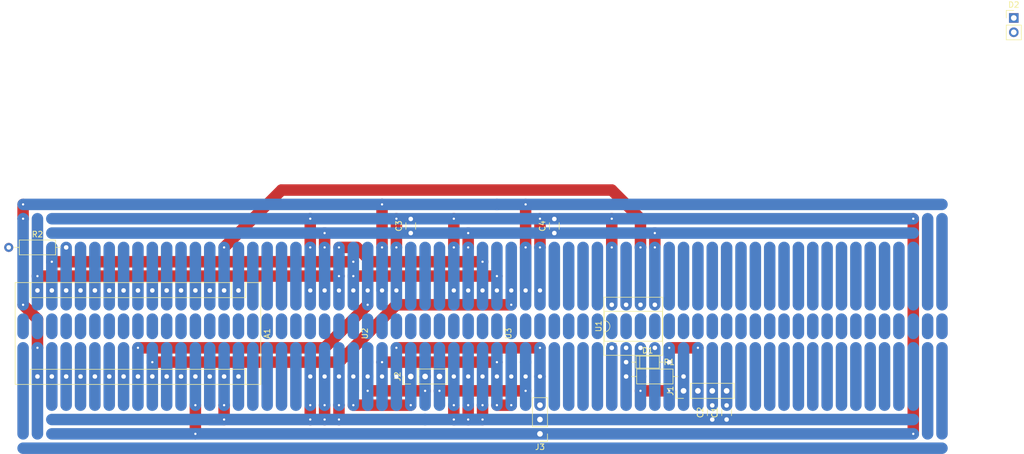
<source format=kicad_pcb>
(kicad_pcb (version 20171130) (host pcbnew "(5.1.4)-1")

  (general
    (thickness 1.6)
    (drawings 0)
    (tracks 389)
    (zones 0)
    (modules 15)
    (nets 44)
  )

  (page A4)
  (layers
    (0 F.Cu signal)
    (31 B.Cu signal)
    (32 B.Adhes user)
    (33 F.Adhes user)
    (34 B.Paste user)
    (35 F.Paste user)
    (36 B.SilkS user)
    (37 F.SilkS user)
    (38 B.Mask user)
    (39 F.Mask user)
    (40 Dwgs.User user)
    (41 Cmts.User user)
    (42 Eco1.User user)
    (43 Eco2.User user)
    (44 Edge.Cuts user)
    (45 Margin user)
    (46 B.CrtYd user)
    (47 F.CrtYd user)
    (48 B.Fab user)
    (49 F.Fab user)
  )

  (setup
    (last_trace_width 2.032)
    (trace_clearance 0.2)
    (zone_clearance 0.508)
    (zone_45_only no)
    (trace_min 0.2)
    (via_size 0.8)
    (via_drill 0.4)
    (via_min_size 0.4)
    (via_min_drill 0.3)
    (uvia_size 0.3)
    (uvia_drill 0.1)
    (uvias_allowed no)
    (uvia_min_size 0.2)
    (uvia_min_drill 0.1)
    (edge_width 0.05)
    (segment_width 0.2)
    (pcb_text_width 0.3)
    (pcb_text_size 1.5 1.5)
    (mod_edge_width 0.12)
    (mod_text_size 1 1)
    (mod_text_width 0.15)
    (pad_size 1.524 1.524)
    (pad_drill 0.762)
    (pad_to_mask_clearance 0)
    (aux_axis_origin 0 0)
    (visible_elements 7FFFFFFF)
    (pcbplotparams
      (layerselection 0x010fc_ffffffff)
      (usegerberextensions false)
      (usegerberattributes true)
      (usegerberadvancedattributes true)
      (creategerberjobfile true)
      (excludeedgelayer true)
      (linewidth 0.100000)
      (plotframeref false)
      (viasonmask false)
      (mode 1)
      (useauxorigin false)
      (hpglpennumber 1)
      (hpglpenspeed 20)
      (hpglpendiameter 15.000000)
      (psnegative false)
      (psa4output false)
      (plotreference true)
      (plotvalue true)
      (plotinvisibletext false)
      (padsonsilk false)
      (subtractmaskfromsilk false)
      (outputformat 1)
      (mirror false)
      (drillshape 1)
      (scaleselection 1)
      (outputdirectory ""))
  )

  (net 0 "")
  (net 1 GND)
  (net 2 /SHELL)
  (net 3 /PIN2)
  (net 4 +5V)
  (net 5 "Net-(D1-Pad1)")
  (net 6 /PIN5)
  (net 7 "Net-(D2-Pad2)")
  (net 8 /PIN4)
  (net 9 /DPOT_A)
  (net 10 /DPOT_W)
  (net 11 /DPOT_B)
  (net 12 /LED)
  (net 13 "Net-(U1-Pad1)")
  (net 14 /MIDI_IN)
  (net 15 "Net-(U1-Pad7)")
  (net 16 "Net-(U1-Pad4)")
  (net 17 /SCK)
  (net 18 /MISO)
  (net 19 "Net-(A1-Pad30)")
  (net 20 /MOSI)
  (net 21 "Net-(A1-Pad13)")
  (net 22 "Net-(A1-Pad28)")
  (net 23 "Net-(A1-Pad26)")
  (net 24 "Net-(A1-Pad10)")
  (net 25 "Net-(A1-Pad25)")
  (net 26 "Net-(A1-Pad8)")
  (net 27 /GATE)
  (net 28 "Net-(A1-Pad22)")
  (net 29 /LEARN)
  (net 30 "Net-(A1-Pad21)")
  (net 31 "Net-(A1-Pad3)")
  (net 32 "Net-(A1-Pad18)")
  (net 33 "Net-(A1-Pad17)")
  (net 34 /MIDI_OUT)
  (net 35 +15V)
  (net 36 /CS2)
  (net 37 /CS1)
  (net 38 "Net-(A1-Pad20)")
  (net 39 "Net-(A1-Pad12)")
  (net 40 "Net-(A1-Pad11)")
  (net 41 /INT1)
  (net 42 /POT_COM)
  (net 43 "Net-(A1-Pad7)")

  (net_class Default "This is the default net class."
    (clearance 0.2)
    (trace_width 2.032)
    (via_dia 0.8)
    (via_drill 0.4)
    (uvia_dia 0.3)
    (uvia_drill 0.1)
    (add_net +15V)
    (add_net +5V)
    (add_net /CS1)
    (add_net /CS2)
    (add_net /DPOT_A)
    (add_net /DPOT_B)
    (add_net /DPOT_W)
    (add_net /GATE)
    (add_net /INT1)
    (add_net /LEARN)
    (add_net /LED)
    (add_net /MIDI_IN)
    (add_net /MIDI_OUT)
    (add_net /MISO)
    (add_net /MOSI)
    (add_net /PIN2)
    (add_net /PIN4)
    (add_net /PIN5)
    (add_net /POT_COM)
    (add_net /SCK)
    (add_net /SHELL)
    (add_net GND)
    (add_net "Net-(A1-Pad10)")
    (add_net "Net-(A1-Pad11)")
    (add_net "Net-(A1-Pad12)")
    (add_net "Net-(A1-Pad13)")
    (add_net "Net-(A1-Pad17)")
    (add_net "Net-(A1-Pad18)")
    (add_net "Net-(A1-Pad20)")
    (add_net "Net-(A1-Pad21)")
    (add_net "Net-(A1-Pad22)")
    (add_net "Net-(A1-Pad25)")
    (add_net "Net-(A1-Pad26)")
    (add_net "Net-(A1-Pad28)")
    (add_net "Net-(A1-Pad3)")
    (add_net "Net-(A1-Pad30)")
    (add_net "Net-(A1-Pad7)")
    (add_net "Net-(A1-Pad8)")
    (add_net "Net-(D1-Pad1)")
    (add_net "Net-(D2-Pad2)")
    (add_net "Net-(U1-Pad1)")
    (add_net "Net-(U1-Pad4)")
    (add_net "Net-(U1-Pad7)")
  )

  (module Connector_PinHeader_2.54mm:PinHeader_1x03_P2.54mm_Vertical (layer F.Cu) (tedit 59FED5CC) (tstamp 612E4B4A)
    (at 162.56 134.62 180)
    (descr "Through hole straight pin header, 1x03, 2.54mm pitch, single row")
    (tags "Through hole pin header THT 1x03 2.54mm single row")
    (path /6139A277)
    (fp_text reference J3 (at 0 -2.33) (layer F.SilkS)
      (effects (font (size 1 1) (thickness 0.15)))
    )
    (fp_text value POWER (at 0 7.41) (layer F.Fab)
      (effects (font (size 1 1) (thickness 0.15)))
    )
    (fp_text user %R (at 0 2.54 90) (layer F.Fab)
      (effects (font (size 1 1) (thickness 0.15)))
    )
    (fp_line (start 1.8 -1.8) (end -1.8 -1.8) (layer F.CrtYd) (width 0.05))
    (fp_line (start 1.8 6.85) (end 1.8 -1.8) (layer F.CrtYd) (width 0.05))
    (fp_line (start -1.8 6.85) (end 1.8 6.85) (layer F.CrtYd) (width 0.05))
    (fp_line (start -1.8 -1.8) (end -1.8 6.85) (layer F.CrtYd) (width 0.05))
    (fp_line (start -1.33 -1.33) (end 0 -1.33) (layer F.SilkS) (width 0.12))
    (fp_line (start -1.33 0) (end -1.33 -1.33) (layer F.SilkS) (width 0.12))
    (fp_line (start -1.33 1.27) (end 1.33 1.27) (layer F.SilkS) (width 0.12))
    (fp_line (start 1.33 1.27) (end 1.33 6.41) (layer F.SilkS) (width 0.12))
    (fp_line (start -1.33 1.27) (end -1.33 6.41) (layer F.SilkS) (width 0.12))
    (fp_line (start -1.33 6.41) (end 1.33 6.41) (layer F.SilkS) (width 0.12))
    (fp_line (start -1.27 -0.635) (end -0.635 -1.27) (layer F.Fab) (width 0.1))
    (fp_line (start -1.27 6.35) (end -1.27 -0.635) (layer F.Fab) (width 0.1))
    (fp_line (start 1.27 6.35) (end -1.27 6.35) (layer F.Fab) (width 0.1))
    (fp_line (start 1.27 -1.27) (end 1.27 6.35) (layer F.Fab) (width 0.1))
    (fp_line (start -0.635 -1.27) (end 1.27 -1.27) (layer F.Fab) (width 0.1))
    (pad 3 thru_hole oval (at 0 5.08 180) (size 1.7 1.7) (drill 1) (layers *.Cu *.Mask)
      (net 35 +15V))
    (pad 2 thru_hole oval (at 0 2.54 180) (size 1.7 1.7) (drill 1) (layers *.Cu *.Mask)
      (net 1 GND))
    (pad 1 thru_hole rect (at 0 0 180) (size 1.7 1.7) (drill 1) (layers *.Cu *.Mask)
      (net 4 +5V))
    (model ${KISYS3DMOD}/Connector_PinHeader_2.54mm.3dshapes/PinHeader_1x03_P2.54mm_Vertical.wrl
      (at (xyz 0 0 0))
      (scale (xyz 1 1 1))
      (rotate (xyz 0 0 0))
    )
  )

  (module midi_tape_deck:TSSOP_Breakout (layer F.Cu) (tedit 612D84A0) (tstamp 612DE2E4)
    (at 154.94 116.84 270)
    (path /61291371)
    (fp_text reference U3 (at 0 -2.04 90) (layer F.SilkS)
      (effects (font (size 1 1) (thickness 0.15)))
    )
    (fp_text value MCP41HVx1 (at 0 -3.04 90) (layer F.Fab)
      (effects (font (size 1 1) (thickness 0.15)))
    )
    (fp_line (start -8.89 8.89) (end -8.89 -8.89) (layer F.CrtYd) (width 0.12))
    (fp_line (start 8.89 8.89) (end -8.89 8.89) (layer F.CrtYd) (width 0.12))
    (fp_line (start 8.89 -8.89) (end 8.89 8.89) (layer F.CrtYd) (width 0.12))
    (fp_line (start -8.89 -8.89) (end 8.89 -8.89) (layer F.CrtYd) (width 0.12))
    (pad 14 thru_hole circle (at 7.62 -7.62 270) (size 1.524 1.524) (drill 0.762) (layers *.Cu *.Mask)
      (net 35 +15V))
    (pad 13 thru_hole circle (at 7.62 -5.08 270) (size 1.524 1.524) (drill 0.762) (layers *.Cu *.Mask)
      (net 11 /DPOT_B))
    (pad 12 thru_hole circle (at 7.62 -2.54 270) (size 1.524 1.524) (drill 0.762) (layers *.Cu *.Mask)
      (net 42 /POT_COM))
    (pad 11 thru_hole circle (at 7.62 0 270) (size 1.524 1.524) (drill 0.762) (layers *.Cu *.Mask)
      (net 42 /POT_COM))
    (pad 10 thru_hole circle (at 7.62 2.54 270) (size 1.524 1.524) (drill 0.762) (layers *.Cu *.Mask)
      (net 1 GND))
    (pad 9 thru_hole circle (at 7.62 5.08 270) (size 1.524 1.524) (drill 0.762) (layers *.Cu *.Mask)
      (net 1 GND))
    (pad 8 thru_hole circle (at 7.62 7.62 270) (size 1.524 1.524) (drill 0.762) (layers *.Cu *.Mask)
      (net 1 GND))
    (pad 7 thru_hole circle (at -7.62 7.62 270) (size 1.524 1.524) (drill 0.762) (layers *.Cu *.Mask)
      (net 4 +5V))
    (pad 6 thru_hole circle (at -7.62 5.08 270) (size 1.524 1.524) (drill 0.762) (layers *.Cu *.Mask)
      (net 1 GND))
    (pad 5 thru_hole circle (at -7.62 2.54 270) (size 1.524 1.524) (drill 0.762) (layers *.Cu *.Mask)
      (net 18 /MISO))
    (pad 4 thru_hole circle (at -7.62 0 270) (size 1.524 1.524) (drill 0.762) (layers *.Cu *.Mask)
      (net 20 /MOSI))
    (pad 3 thru_hole circle (at -7.62 -2.54 270) (size 1.524 1.524) (drill 0.762) (layers *.Cu *.Mask)
      (net 36 /CS2))
    (pad 2 thru_hole circle (at -7.62 -5.08 270) (size 1.524 1.524) (drill 0.762) (layers *.Cu *.Mask)
      (net 17 /SCK))
    (pad 1 thru_hole circle (at -7.62 -7.62 270) (size 1.524 1.524) (drill 0.762) (layers *.Cu *.Mask)
      (net 4 +5V))
  )

  (module midi_tape_deck:TSSOP_Breakout (layer F.Cu) (tedit 612D84A0) (tstamp 612DE2FA)
    (at 129.54 116.84 270)
    (path /6108BB45)
    (fp_text reference U2 (at 0 -2.04 90) (layer F.SilkS)
      (effects (font (size 1 1) (thickness 0.15)))
    )
    (fp_text value MCP41HVx1 (at 0 -3.04 90) (layer F.Fab)
      (effects (font (size 1 1) (thickness 0.15)))
    )
    (fp_line (start -8.89 8.89) (end -8.89 -8.89) (layer F.CrtYd) (width 0.12))
    (fp_line (start 8.89 8.89) (end -8.89 8.89) (layer F.CrtYd) (width 0.12))
    (fp_line (start 8.89 -8.89) (end 8.89 8.89) (layer F.CrtYd) (width 0.12))
    (fp_line (start -8.89 -8.89) (end 8.89 -8.89) (layer F.CrtYd) (width 0.12))
    (pad 14 thru_hole circle (at 7.62 -7.62 270) (size 1.524 1.524) (drill 0.762) (layers *.Cu *.Mask)
      (net 35 +15V))
    (pad 13 thru_hole circle (at 7.62 -5.08 270) (size 1.524 1.524) (drill 0.762) (layers *.Cu *.Mask)
      (net 42 /POT_COM))
    (pad 12 thru_hole circle (at 7.62 -2.54 270) (size 1.524 1.524) (drill 0.762) (layers *.Cu *.Mask)
      (net 10 /DPOT_W))
    (pad 11 thru_hole circle (at 7.62 0 270) (size 1.524 1.524) (drill 0.762) (layers *.Cu *.Mask)
      (net 9 /DPOT_A))
    (pad 10 thru_hole circle (at 7.62 2.54 270) (size 1.524 1.524) (drill 0.762) (layers *.Cu *.Mask)
      (net 1 GND))
    (pad 9 thru_hole circle (at 7.62 5.08 270) (size 1.524 1.524) (drill 0.762) (layers *.Cu *.Mask)
      (net 1 GND))
    (pad 8 thru_hole circle (at 7.62 7.62 270) (size 1.524 1.524) (drill 0.762) (layers *.Cu *.Mask)
      (net 1 GND))
    (pad 7 thru_hole circle (at -7.62 7.62 270) (size 1.524 1.524) (drill 0.762) (layers *.Cu *.Mask)
      (net 4 +5V))
    (pad 6 thru_hole circle (at -7.62 5.08 270) (size 1.524 1.524) (drill 0.762) (layers *.Cu *.Mask)
      (net 1 GND))
    (pad 5 thru_hole circle (at -7.62 2.54 270) (size 1.524 1.524) (drill 0.762) (layers *.Cu *.Mask)
      (net 18 /MISO))
    (pad 4 thru_hole circle (at -7.62 0 270) (size 1.524 1.524) (drill 0.762) (layers *.Cu *.Mask)
      (net 20 /MOSI))
    (pad 3 thru_hole circle (at -7.62 -2.54 270) (size 1.524 1.524) (drill 0.762) (layers *.Cu *.Mask)
      (net 37 /CS1))
    (pad 2 thru_hole circle (at -7.62 -5.08 270) (size 1.524 1.524) (drill 0.762) (layers *.Cu *.Mask)
      (net 17 /SCK))
    (pad 1 thru_hole circle (at -7.62 -7.62 270) (size 1.524 1.524) (drill 0.762) (layers *.Cu *.Mask)
      (net 4 +5V))
  )

  (module Connector_PinHeader_2.54mm:PinHeader_1x03_P2.54mm_Vertical (layer F.Cu) (tedit 59FED5CC) (tstamp 612BFCBF)
    (at 139.7 124.46 90)
    (descr "Through hole straight pin header, 1x03, 2.54mm pitch, single row")
    (tags "Through hole pin header THT 1x03 2.54mm single row")
    (path /6105BC26)
    (fp_text reference J2 (at 0 -2.33 90) (layer F.SilkS)
      (effects (font (size 1 1) (thickness 0.15)))
    )
    (fp_text value "SPEED POT" (at 0 7.41 90) (layer F.Fab)
      (effects (font (size 1 1) (thickness 0.15)))
    )
    (fp_text user %R (at -0.635 -1.27) (layer F.Fab)
      (effects (font (size 1 1) (thickness 0.15)))
    )
    (fp_line (start 1.8 -1.8) (end -1.8 -1.8) (layer F.CrtYd) (width 0.05))
    (fp_line (start 1.8 6.85) (end 1.8 -1.8) (layer F.CrtYd) (width 0.05))
    (fp_line (start -1.8 6.85) (end 1.8 6.85) (layer F.CrtYd) (width 0.05))
    (fp_line (start -1.8 -1.8) (end -1.8 6.85) (layer F.CrtYd) (width 0.05))
    (fp_line (start -1.33 -1.33) (end 0 -1.33) (layer F.SilkS) (width 0.12))
    (fp_line (start -1.33 0) (end -1.33 -1.33) (layer F.SilkS) (width 0.12))
    (fp_line (start -1.33 1.27) (end 1.33 1.27) (layer F.SilkS) (width 0.12))
    (fp_line (start 1.33 1.27) (end 1.33 6.41) (layer F.SilkS) (width 0.12))
    (fp_line (start -1.33 1.27) (end -1.33 6.41) (layer F.SilkS) (width 0.12))
    (fp_line (start -1.33 6.41) (end 1.33 6.41) (layer F.SilkS) (width 0.12))
    (fp_line (start -1.27 -0.635) (end -0.635 -1.27) (layer F.Fab) (width 0.1))
    (fp_line (start -1.27 6.35) (end -1.27 -0.635) (layer F.Fab) (width 0.1))
    (fp_line (start 1.27 6.35) (end -1.27 6.35) (layer F.Fab) (width 0.1))
    (fp_line (start 1.27 -1.27) (end 1.27 6.35) (layer F.Fab) (width 0.1))
    (fp_line (start -0.635 -1.27) (end 1.27 -1.27) (layer F.Fab) (width 0.1))
    (pad 3 thru_hole oval (at 0 5.08 90) (size 1.7 1.7) (drill 1) (layers *.Cu *.Mask)
      (net 11 /DPOT_B))
    (pad 2 thru_hole oval (at 0 2.54 90) (size 1.7 1.7) (drill 1) (layers *.Cu *.Mask)
      (net 10 /DPOT_W))
    (pad 1 thru_hole rect (at 0 0 90) (size 1.7 1.7) (drill 1) (layers *.Cu *.Mask)
      (net 9 /DPOT_A))
    (model ${KISYS3DMOD}/Connector_PinHeader_2.54mm.3dshapes/PinHeader_1x03_P2.54mm_Vertical.wrl
      (at (xyz 0 0 0))
      (scale (xyz 1 1 1))
      (rotate (xyz 0 0 0))
    )
  )

  (module Connector_PinHeader_2.54mm:PinHeader_1x04_P2.54mm_Vertical (layer F.Cu) (tedit 59FED5CC) (tstamp 612BFCBC)
    (at 187.96 127 90)
    (descr "Through hole straight pin header, 1x04, 2.54mm pitch, single row")
    (tags "Through hole pin header THT 1x04 2.54mm single row")
    (path /610B3218)
    (fp_text reference J1 (at 0 -2.33 90) (layer F.SilkS)
      (effects (font (size 1 1) (thickness 0.15)))
    )
    (fp_text value "MIDI IN" (at 0 9.95 90) (layer F.Fab)
      (effects (font (size 1 1) (thickness 0.15)))
    )
    (fp_text user %R (at 0 3.81) (layer F.Fab)
      (effects (font (size 1 1) (thickness 0.15)))
    )
    (fp_line (start 1.8 -1.8) (end -1.8 -1.8) (layer F.CrtYd) (width 0.05))
    (fp_line (start 1.8 9.4) (end 1.8 -1.8) (layer F.CrtYd) (width 0.05))
    (fp_line (start -1.8 9.4) (end 1.8 9.4) (layer F.CrtYd) (width 0.05))
    (fp_line (start -1.8 -1.8) (end -1.8 9.4) (layer F.CrtYd) (width 0.05))
    (fp_line (start -1.33 -1.33) (end 0 -1.33) (layer F.SilkS) (width 0.12))
    (fp_line (start -1.33 0) (end -1.33 -1.33) (layer F.SilkS) (width 0.12))
    (fp_line (start -1.33 1.27) (end 1.33 1.27) (layer F.SilkS) (width 0.12))
    (fp_line (start 1.33 1.27) (end 1.33 8.95) (layer F.SilkS) (width 0.12))
    (fp_line (start -1.33 1.27) (end -1.33 8.95) (layer F.SilkS) (width 0.12))
    (fp_line (start -1.33 8.95) (end 1.33 8.95) (layer F.SilkS) (width 0.12))
    (fp_line (start -1.27 -0.635) (end -0.635 -1.27) (layer F.Fab) (width 0.1))
    (fp_line (start -1.27 8.89) (end -1.27 -0.635) (layer F.Fab) (width 0.1))
    (fp_line (start 1.27 8.89) (end -1.27 8.89) (layer F.Fab) (width 0.1))
    (fp_line (start 1.27 -1.27) (end 1.27 8.89) (layer F.Fab) (width 0.1))
    (fp_line (start -0.635 -1.27) (end 1.27 -1.27) (layer F.Fab) (width 0.1))
    (pad 4 thru_hole oval (at 0 7.62 90) (size 1.7 1.7) (drill 1) (layers *.Cu *.Mask)
      (net 2 /SHELL))
    (pad 3 thru_hole oval (at 0 5.08 90) (size 1.7 1.7) (drill 1) (layers *.Cu *.Mask)
      (net 3 /PIN2))
    (pad 2 thru_hole oval (at 0 2.54 90) (size 1.7 1.7) (drill 1) (layers *.Cu *.Mask)
      (net 6 /PIN5))
    (pad 1 thru_hole rect (at 0 0 90) (size 1.7 1.7) (drill 1) (layers *.Cu *.Mask)
      (net 8 /PIN4))
    (model ${KISYS3DMOD}/Connector_PinHeader_2.54mm.3dshapes/PinHeader_1x04_P2.54mm_Vertical.wrl
      (at (xyz 0 0 0))
      (scale (xyz 1 1 1))
      (rotate (xyz 0 0 0))
    )
  )

  (module Connector_PinHeader_2.54mm:PinHeader_1x02_P2.54mm_Vertical (layer F.Cu) (tedit 59FED5CC) (tstamp 612BFCB9)
    (at 246.38 60.96)
    (descr "Through hole straight pin header, 1x02, 2.54mm pitch, single row")
    (tags "Through hole pin header THT 1x02 2.54mm single row")
    (path /610C8651)
    (fp_text reference D2 (at 0 -2.33) (layer F.SilkS)
      (effects (font (size 1 1) (thickness 0.15)))
    )
    (fp_text value LED (at 0 4.87) (layer F.Fab)
      (effects (font (size 1 1) (thickness 0.15)))
    )
    (fp_text user %R (at 0.37 4.25 90) (layer F.Fab)
      (effects (font (size 1 1) (thickness 0.15)))
    )
    (fp_line (start 1.8 -1.8) (end -1.8 -1.8) (layer F.CrtYd) (width 0.05))
    (fp_line (start 1.8 4.35) (end 1.8 -1.8) (layer F.CrtYd) (width 0.05))
    (fp_line (start -1.8 4.35) (end 1.8 4.35) (layer F.CrtYd) (width 0.05))
    (fp_line (start -1.8 -1.8) (end -1.8 4.35) (layer F.CrtYd) (width 0.05))
    (fp_line (start -1.33 -1.33) (end 0 -1.33) (layer F.SilkS) (width 0.12))
    (fp_line (start -1.33 0) (end -1.33 -1.33) (layer F.SilkS) (width 0.12))
    (fp_line (start -1.33 1.27) (end 1.33 1.27) (layer F.SilkS) (width 0.12))
    (fp_line (start 1.33 1.27) (end 1.33 3.87) (layer F.SilkS) (width 0.12))
    (fp_line (start -1.33 1.27) (end -1.33 3.87) (layer F.SilkS) (width 0.12))
    (fp_line (start -1.33 3.87) (end 1.33 3.87) (layer F.SilkS) (width 0.12))
    (fp_line (start -1.27 -0.635) (end -0.635 -1.27) (layer F.Fab) (width 0.1))
    (fp_line (start -1.27 3.81) (end -1.27 -0.635) (layer F.Fab) (width 0.1))
    (fp_line (start 1.27 3.81) (end -1.27 3.81) (layer F.Fab) (width 0.1))
    (fp_line (start 1.27 -1.27) (end 1.27 3.81) (layer F.Fab) (width 0.1))
    (fp_line (start -0.635 -1.27) (end 1.27 -1.27) (layer F.Fab) (width 0.1))
    (pad 2 thru_hole oval (at 0 2.54) (size 1.7 1.7) (drill 1) (layers *.Cu *.Mask)
      (net 7 "Net-(D2-Pad2)"))
    (pad 1 thru_hole rect (at 0 0) (size 1.7 1.7) (drill 1) (layers *.Cu *.Mask)
      (net 1 GND))
    (model ${KISYS3DMOD}/Connector_PinHeader_2.54mm.3dshapes/PinHeader_1x02_P2.54mm_Vertical.wrl
      (at (xyz 0 0 0))
      (scale (xyz 1 1 1))
      (rotate (xyz 0 0 0))
    )
  )

  (module Module:Arduino_Nano (layer F.Cu) (tedit 58ACAF70) (tstamp 612E3539)
    (at 109.22 109.22 270)
    (descr "Arduino Nano, http://www.mouser.com/pdfdocs/Gravitech_Arduino_Nano3_0.pdf")
    (tags "Arduino Nano")
    (path /6105AC23)
    (fp_text reference A1 (at 7.62 -5.08 90) (layer F.SilkS)
      (effects (font (size 1 1) (thickness 0.15)))
    )
    (fp_text value Arduino_Nano_v3.x (at 8.89 19.05) (layer F.Fab)
      (effects (font (size 1 1) (thickness 0.15)))
    )
    (fp_line (start 16.75 42.16) (end -1.53 42.16) (layer F.CrtYd) (width 0.05))
    (fp_line (start 16.75 42.16) (end 16.75 -4.06) (layer F.CrtYd) (width 0.05))
    (fp_line (start -1.53 -4.06) (end -1.53 42.16) (layer F.CrtYd) (width 0.05))
    (fp_line (start -1.53 -4.06) (end 16.75 -4.06) (layer F.CrtYd) (width 0.05))
    (fp_line (start 16.51 -3.81) (end 16.51 39.37) (layer F.Fab) (width 0.1))
    (fp_line (start 0 -3.81) (end 16.51 -3.81) (layer F.Fab) (width 0.1))
    (fp_line (start -1.27 -2.54) (end 0 -3.81) (layer F.Fab) (width 0.1))
    (fp_line (start -1.27 39.37) (end -1.27 -2.54) (layer F.Fab) (width 0.1))
    (fp_line (start 16.51 39.37) (end -1.27 39.37) (layer F.Fab) (width 0.1))
    (fp_line (start 16.64 -3.94) (end -1.4 -3.94) (layer F.SilkS) (width 0.12))
    (fp_line (start 16.64 39.5) (end 16.64 -3.94) (layer F.SilkS) (width 0.12))
    (fp_line (start -1.4 39.5) (end 16.64 39.5) (layer F.SilkS) (width 0.12))
    (fp_line (start 3.81 41.91) (end 3.81 31.75) (layer F.Fab) (width 0.1))
    (fp_line (start 11.43 41.91) (end 3.81 41.91) (layer F.Fab) (width 0.1))
    (fp_line (start 11.43 31.75) (end 11.43 41.91) (layer F.Fab) (width 0.1))
    (fp_line (start 3.81 31.75) (end 11.43 31.75) (layer F.Fab) (width 0.1))
    (fp_line (start 1.27 36.83) (end -1.4 36.83) (layer F.SilkS) (width 0.12))
    (fp_line (start 1.27 1.27) (end 1.27 36.83) (layer F.SilkS) (width 0.12))
    (fp_line (start 1.27 1.27) (end -1.4 1.27) (layer F.SilkS) (width 0.12))
    (fp_line (start 13.97 36.83) (end 16.64 36.83) (layer F.SilkS) (width 0.12))
    (fp_line (start 13.97 -1.27) (end 13.97 36.83) (layer F.SilkS) (width 0.12))
    (fp_line (start 13.97 -1.27) (end 16.64 -1.27) (layer F.SilkS) (width 0.12))
    (fp_line (start -1.4 -3.94) (end -1.4 -1.27) (layer F.SilkS) (width 0.12))
    (fp_line (start -1.4 1.27) (end -1.4 39.5) (layer F.SilkS) (width 0.12))
    (fp_line (start 1.27 -1.27) (end -1.4 -1.27) (layer F.SilkS) (width 0.12))
    (fp_line (start 1.27 1.27) (end 1.27 -1.27) (layer F.SilkS) (width 0.12))
    (fp_text user %R (at 6.35 19.05) (layer F.Fab)
      (effects (font (size 1 1) (thickness 0.15)))
    )
    (pad 16 thru_hole oval (at 15.24 35.56 270) (size 1.6 1.6) (drill 0.8) (layers *.Cu *.Mask)
      (net 17 /SCK))
    (pad 15 thru_hole oval (at 0 35.56 270) (size 1.6 1.6) (drill 0.8) (layers *.Cu *.Mask)
      (net 18 /MISO))
    (pad 30 thru_hole oval (at 15.24 0 270) (size 1.6 1.6) (drill 0.8) (layers *.Cu *.Mask)
      (net 19 "Net-(A1-Pad30)"))
    (pad 14 thru_hole oval (at 0 33.02 270) (size 1.6 1.6) (drill 0.8) (layers *.Cu *.Mask)
      (net 20 /MOSI))
    (pad 29 thru_hole oval (at 15.24 2.54 270) (size 1.6 1.6) (drill 0.8) (layers *.Cu *.Mask)
      (net 1 GND))
    (pad 13 thru_hole oval (at 0 30.48 270) (size 1.6 1.6) (drill 0.8) (layers *.Cu *.Mask)
      (net 21 "Net-(A1-Pad13)"))
    (pad 28 thru_hole oval (at 15.24 5.08 270) (size 1.6 1.6) (drill 0.8) (layers *.Cu *.Mask)
      (net 22 "Net-(A1-Pad28)"))
    (pad 12 thru_hole oval (at 0 27.94 270) (size 1.6 1.6) (drill 0.8) (layers *.Cu *.Mask)
      (net 39 "Net-(A1-Pad12)"))
    (pad 27 thru_hole oval (at 15.24 7.62 270) (size 1.6 1.6) (drill 0.8) (layers *.Cu *.Mask)
      (net 4 +5V))
    (pad 11 thru_hole oval (at 0 25.4 270) (size 1.6 1.6) (drill 0.8) (layers *.Cu *.Mask)
      (net 40 "Net-(A1-Pad11)"))
    (pad 26 thru_hole oval (at 15.24 10.16 270) (size 1.6 1.6) (drill 0.8) (layers *.Cu *.Mask)
      (net 23 "Net-(A1-Pad26)"))
    (pad 10 thru_hole oval (at 0 22.86 270) (size 1.6 1.6) (drill 0.8) (layers *.Cu *.Mask)
      (net 24 "Net-(A1-Pad10)"))
    (pad 25 thru_hole oval (at 15.24 12.7 270) (size 1.6 1.6) (drill 0.8) (layers *.Cu *.Mask)
      (net 25 "Net-(A1-Pad25)"))
    (pad 9 thru_hole oval (at 0 20.32 270) (size 1.6 1.6) (drill 0.8) (layers *.Cu *.Mask)
      (net 12 /LED))
    (pad 24 thru_hole oval (at 15.24 15.24 270) (size 1.6 1.6) (drill 0.8) (layers *.Cu *.Mask)
      (net 36 /CS2))
    (pad 8 thru_hole oval (at 0 17.78 270) (size 1.6 1.6) (drill 0.8) (layers *.Cu *.Mask)
      (net 26 "Net-(A1-Pad8)"))
    (pad 23 thru_hole oval (at 15.24 17.78 270) (size 1.6 1.6) (drill 0.8) (layers *.Cu *.Mask)
      (net 37 /CS1))
    (pad 7 thru_hole oval (at 0 15.24 270) (size 1.6 1.6) (drill 0.8) (layers *.Cu *.Mask)
      (net 43 "Net-(A1-Pad7)"))
    (pad 22 thru_hole oval (at 15.24 20.32 270) (size 1.6 1.6) (drill 0.8) (layers *.Cu *.Mask)
      (net 28 "Net-(A1-Pad22)"))
    (pad 6 thru_hole oval (at 0 12.7 270) (size 1.6 1.6) (drill 0.8) (layers *.Cu *.Mask)
      (net 41 /INT1))
    (pad 21 thru_hole oval (at 15.24 22.86 270) (size 1.6 1.6) (drill 0.8) (layers *.Cu *.Mask)
      (net 30 "Net-(A1-Pad21)"))
    (pad 5 thru_hole oval (at 0 10.16 270) (size 1.6 1.6) (drill 0.8) (layers *.Cu *.Mask)
      (net 29 /LEARN))
    (pad 20 thru_hole oval (at 15.24 25.4 270) (size 1.6 1.6) (drill 0.8) (layers *.Cu *.Mask)
      (net 38 "Net-(A1-Pad20)"))
    (pad 4 thru_hole oval (at 0 7.62 270) (size 1.6 1.6) (drill 0.8) (layers *.Cu *.Mask)
      (net 1 GND))
    (pad 19 thru_hole oval (at 15.24 27.94 270) (size 1.6 1.6) (drill 0.8) (layers *.Cu *.Mask)
      (net 27 /GATE))
    (pad 3 thru_hole oval (at 0 5.08 270) (size 1.6 1.6) (drill 0.8) (layers *.Cu *.Mask)
      (net 31 "Net-(A1-Pad3)"))
    (pad 18 thru_hole oval (at 15.24 30.48 270) (size 1.6 1.6) (drill 0.8) (layers *.Cu *.Mask)
      (net 32 "Net-(A1-Pad18)"))
    (pad 2 thru_hole oval (at 0 2.54 270) (size 1.6 1.6) (drill 0.8) (layers *.Cu *.Mask)
      (net 14 /MIDI_IN))
    (pad 17 thru_hole oval (at 15.24 33.02 270) (size 1.6 1.6) (drill 0.8) (layers *.Cu *.Mask)
      (net 33 "Net-(A1-Pad17)"))
    (pad 1 thru_hole rect (at 0 0 270) (size 1.6 1.6) (drill 0.8) (layers *.Cu *.Mask)
      (net 34 /MIDI_OUT))
    (model ${KISYS3DMOD}/Module.3dshapes/Arduino_Nano_WithMountingHoles.wrl
      (at (xyz 0 0 0))
      (scale (xyz 1 1 1))
      (rotate (xyz 0 0 0))
    )
  )

  (module Housings_DIP:DIP-8_W7.62mm_Socket (layer F.Cu) (tedit 59C78D6B) (tstamp 612BFCC8)
    (at 175.26 119.38 90)
    (descr "8-lead though-hole mounted DIP package, row spacing 7.62 mm (300 mils), Socket")
    (tags "THT DIP DIL PDIP 2.54mm 7.62mm 300mil Socket")
    (path /610AAE64)
    (fp_text reference U1 (at 3.81 -2.33 90) (layer F.SilkS)
      (effects (font (size 1 1) (thickness 0.15)))
    )
    (fp_text value 6N138 (at 3.81 9.95 90) (layer F.Fab)
      (effects (font (size 1 1) (thickness 0.15)))
    )
    (fp_line (start 9.15 -1.6) (end -1.55 -1.6) (layer F.CrtYd) (width 0.05))
    (fp_line (start 9.15 9.2) (end 9.15 -1.6) (layer F.CrtYd) (width 0.05))
    (fp_line (start -1.55 9.2) (end 9.15 9.2) (layer F.CrtYd) (width 0.05))
    (fp_line (start -1.55 -1.6) (end -1.55 9.2) (layer F.CrtYd) (width 0.05))
    (fp_line (start 8.95 -1.39) (end -1.33 -1.39) (layer F.SilkS) (width 0.12))
    (fp_line (start 8.95 9.01) (end 8.95 -1.39) (layer F.SilkS) (width 0.12))
    (fp_line (start -1.33 9.01) (end 8.95 9.01) (layer F.SilkS) (width 0.12))
    (fp_line (start -1.33 -1.39) (end -1.33 9.01) (layer F.SilkS) (width 0.12))
    (fp_line (start 6.46 -1.33) (end 4.81 -1.33) (layer F.SilkS) (width 0.12))
    (fp_line (start 6.46 8.95) (end 6.46 -1.33) (layer F.SilkS) (width 0.12))
    (fp_line (start 1.16 8.95) (end 6.46 8.95) (layer F.SilkS) (width 0.12))
    (fp_line (start 1.16 -1.33) (end 1.16 8.95) (layer F.SilkS) (width 0.12))
    (fp_line (start 2.81 -1.33) (end 1.16 -1.33) (layer F.SilkS) (width 0.12))
    (fp_line (start 8.89 -1.33) (end -1.27 -1.33) (layer F.Fab) (width 0.1))
    (fp_line (start 8.89 8.95) (end 8.89 -1.33) (layer F.Fab) (width 0.1))
    (fp_line (start -1.27 8.95) (end 8.89 8.95) (layer F.Fab) (width 0.1))
    (fp_line (start -1.27 -1.33) (end -1.27 8.95) (layer F.Fab) (width 0.1))
    (fp_line (start 0.635 -0.27) (end 1.635 -1.27) (layer F.Fab) (width 0.1))
    (fp_line (start 0.635 8.89) (end 0.635 -0.27) (layer F.Fab) (width 0.1))
    (fp_line (start 6.985 8.89) (end 0.635 8.89) (layer F.Fab) (width 0.1))
    (fp_line (start 6.985 -1.27) (end 6.985 8.89) (layer F.Fab) (width 0.1))
    (fp_line (start 1.635 -1.27) (end 6.985 -1.27) (layer F.Fab) (width 0.1))
    (fp_arc (start 3.81 -1.33) (end 2.81 -1.33) (angle -180) (layer F.SilkS) (width 0.12))
    (fp_text user %R (at 3.81 3.81 90) (layer F.Fab)
      (effects (font (size 1 1) (thickness 0.15)))
    )
    (pad 1 thru_hole rect (at 0 0 90) (size 1.6 1.6) (drill 0.8) (layers *.Cu *.Mask)
      (net 13 "Net-(U1-Pad1)"))
    (pad 5 thru_hole oval (at 7.62 7.62 90) (size 1.6 1.6) (drill 0.8) (layers *.Cu *.Mask)
      (net 1 GND))
    (pad 2 thru_hole oval (at 0 2.54 90) (size 1.6 1.6) (drill 0.8) (layers *.Cu *.Mask)
      (net 5 "Net-(D1-Pad1)"))
    (pad 6 thru_hole oval (at 7.62 5.08 90) (size 1.6 1.6) (drill 0.8) (layers *.Cu *.Mask)
      (net 14 /MIDI_IN))
    (pad 3 thru_hole oval (at 0 5.08 90) (size 1.6 1.6) (drill 0.8) (layers *.Cu *.Mask)
      (net 6 /PIN5))
    (pad 7 thru_hole oval (at 7.62 2.54 90) (size 1.6 1.6) (drill 0.8) (layers *.Cu *.Mask)
      (net 15 "Net-(U1-Pad7)"))
    (pad 4 thru_hole oval (at 0 7.62 90) (size 1.6 1.6) (drill 0.8) (layers *.Cu *.Mask)
      (net 16 "Net-(U1-Pad4)"))
    (pad 8 thru_hole oval (at 7.62 0 90) (size 1.6 1.6) (drill 0.8) (layers *.Cu *.Mask)
      (net 4 +5V))
    (model ${KISYS3DMOD}/Housings_DIP.3dshapes/DIP-8_W7.62mm_Socket.wrl
      (at (xyz 0 0 0))
      (scale (xyz 1 1 1))
      (rotate (xyz 0 0 0))
    )
  )

  (module Resistors_THT:R_Axial_DIN0207_L6.3mm_D2.5mm_P10.16mm_Horizontal (layer F.Cu) (tedit 5874F706) (tstamp 612BFCC5)
    (at 68.58 101.6)
    (descr "Resistor, Axial_DIN0207 series, Axial, Horizontal, pin pitch=10.16mm, 0.25W = 1/4W, length*diameter=6.3*2.5mm^2, http://cdn-reichelt.de/documents/datenblatt/B400/1_4W%23YAG.pdf")
    (tags "Resistor Axial_DIN0207 series Axial Horizontal pin pitch 10.16mm 0.25W = 1/4W length 6.3mm diameter 2.5mm")
    (path /610C8A6E)
    (fp_text reference R2 (at 5.08 -2.31) (layer F.SilkS)
      (effects (font (size 1 1) (thickness 0.15)))
    )
    (fp_text value 1k (at 5.08 2.31) (layer F.Fab)
      (effects (font (size 1 1) (thickness 0.15)))
    )
    (fp_line (start 11.25 -1.6) (end -1.05 -1.6) (layer F.CrtYd) (width 0.05))
    (fp_line (start 11.25 1.6) (end 11.25 -1.6) (layer F.CrtYd) (width 0.05))
    (fp_line (start -1.05 1.6) (end 11.25 1.6) (layer F.CrtYd) (width 0.05))
    (fp_line (start -1.05 -1.6) (end -1.05 1.6) (layer F.CrtYd) (width 0.05))
    (fp_line (start 9.18 0) (end 8.29 0) (layer F.SilkS) (width 0.12))
    (fp_line (start 0.98 0) (end 1.87 0) (layer F.SilkS) (width 0.12))
    (fp_line (start 8.29 -1.31) (end 1.87 -1.31) (layer F.SilkS) (width 0.12))
    (fp_line (start 8.29 1.31) (end 8.29 -1.31) (layer F.SilkS) (width 0.12))
    (fp_line (start 1.87 1.31) (end 8.29 1.31) (layer F.SilkS) (width 0.12))
    (fp_line (start 1.87 -1.31) (end 1.87 1.31) (layer F.SilkS) (width 0.12))
    (fp_line (start 10.16 0) (end 8.23 0) (layer F.Fab) (width 0.1))
    (fp_line (start 0 0) (end 1.93 0) (layer F.Fab) (width 0.1))
    (fp_line (start 8.23 -1.25) (end 1.93 -1.25) (layer F.Fab) (width 0.1))
    (fp_line (start 8.23 1.25) (end 8.23 -1.25) (layer F.Fab) (width 0.1))
    (fp_line (start 1.93 1.25) (end 8.23 1.25) (layer F.Fab) (width 0.1))
    (fp_line (start 1.93 -1.25) (end 1.93 1.25) (layer F.Fab) (width 0.1))
    (pad 1 thru_hole circle (at 0 0) (size 1.6 1.6) (drill 0.8) (layers *.Cu *.Mask)
      (net 7 "Net-(D2-Pad2)"))
    (pad 2 thru_hole oval (at 10.16 0) (size 1.6 1.6) (drill 0.8) (layers *.Cu *.Mask)
      (net 12 /LED))
    (model ${KISYS3DMOD}/Resistors_THT.3dshapes/R_Axial_DIN0207_L6.3mm_D2.5mm_P10.16mm_Horizontal.wrl
      (at (xyz 0 0 0))
      (scale (xyz 0.393701 0.393701 0.393701))
      (rotate (xyz 0 0 0))
    )
  )

  (module Resistors_THT:R_Axial_DIN0207_L6.3mm_D2.5mm_P10.16mm_Horizontal (layer F.Cu) (tedit 5874F706) (tstamp 612BFCC2)
    (at 177.8 124.46)
    (descr "Resistor, Axial_DIN0207 series, Axial, Horizontal, pin pitch=10.16mm, 0.25W = 1/4W, length*diameter=6.3*2.5mm^2, http://cdn-reichelt.de/documents/datenblatt/B400/1_4W%23YAG.pdf")
    (tags "Resistor Axial_DIN0207 series Axial Horizontal pin pitch 10.16mm 0.25W = 1/4W length 6.3mm diameter 2.5mm")
    (path /610B477F)
    (fp_text reference R1 (at 7.62 -2.54) (layer F.SilkS)
      (effects (font (size 1 1) (thickness 0.15)))
    )
    (fp_text value 220 (at 5.08 2.31) (layer F.Fab)
      (effects (font (size 1 1) (thickness 0.15)))
    )
    (fp_line (start 11.25 -1.6) (end -1.05 -1.6) (layer F.CrtYd) (width 0.05))
    (fp_line (start 11.25 1.6) (end 11.25 -1.6) (layer F.CrtYd) (width 0.05))
    (fp_line (start -1.05 1.6) (end 11.25 1.6) (layer F.CrtYd) (width 0.05))
    (fp_line (start -1.05 -1.6) (end -1.05 1.6) (layer F.CrtYd) (width 0.05))
    (fp_line (start 9.18 0) (end 8.29 0) (layer F.SilkS) (width 0.12))
    (fp_line (start 0.98 0) (end 1.87 0) (layer F.SilkS) (width 0.12))
    (fp_line (start 8.29 -1.31) (end 1.87 -1.31) (layer F.SilkS) (width 0.12))
    (fp_line (start 8.29 1.31) (end 8.29 -1.31) (layer F.SilkS) (width 0.12))
    (fp_line (start 1.87 1.31) (end 8.29 1.31) (layer F.SilkS) (width 0.12))
    (fp_line (start 1.87 -1.31) (end 1.87 1.31) (layer F.SilkS) (width 0.12))
    (fp_line (start 10.16 0) (end 8.23 0) (layer F.Fab) (width 0.1))
    (fp_line (start 0 0) (end 1.93 0) (layer F.Fab) (width 0.1))
    (fp_line (start 8.23 -1.25) (end 1.93 -1.25) (layer F.Fab) (width 0.1))
    (fp_line (start 8.23 1.25) (end 8.23 -1.25) (layer F.Fab) (width 0.1))
    (fp_line (start 1.93 1.25) (end 8.23 1.25) (layer F.Fab) (width 0.1))
    (fp_line (start 1.93 -1.25) (end 1.93 1.25) (layer F.Fab) (width 0.1))
    (pad 1 thru_hole circle (at 0 0) (size 1.6 1.6) (drill 0.8) (layers *.Cu *.Mask)
      (net 5 "Net-(D1-Pad1)"))
    (pad 2 thru_hole oval (at 10.16 0) (size 1.6 1.6) (drill 0.8) (layers *.Cu *.Mask)
      (net 8 /PIN4))
    (model ${KISYS3DMOD}/Resistors_THT.3dshapes/R_Axial_DIN0207_L6.3mm_D2.5mm_P10.16mm_Horizontal.wrl
      (at (xyz 0 0 0))
      (scale (xyz 0.393701 0.393701 0.393701))
      (rotate (xyz 0 0 0))
    )
  )

  (module Diodes_THT:D_DO-35_SOD27_P7.62mm_Horizontal (layer F.Cu) (tedit 5921392F) (tstamp 612BFCB6)
    (at 177.8 121.92)
    (descr "D, DO-35_SOD27 series, Axial, Horizontal, pin pitch=7.62mm, , length*diameter=4*2mm^2, , http://www.diodes.com/_files/packages/DO-35.pdf")
    (tags "D DO-35_SOD27 series Axial Horizontal pin pitch 7.62mm  length 4mm diameter 2mm")
    (path /610ABF83)
    (fp_text reference D1 (at 3.81 -2.06) (layer F.SilkS)
      (effects (font (size 1 1) (thickness 0.15)))
    )
    (fp_text value 1N914 (at 3.81 2.06) (layer F.Fab)
      (effects (font (size 1 1) (thickness 0.15)))
    )
    (fp_line (start 8.7 -1.35) (end -1.05 -1.35) (layer F.CrtYd) (width 0.05))
    (fp_line (start 8.7 1.35) (end 8.7 -1.35) (layer F.CrtYd) (width 0.05))
    (fp_line (start -1.05 1.35) (end 8.7 1.35) (layer F.CrtYd) (width 0.05))
    (fp_line (start -1.05 -1.35) (end -1.05 1.35) (layer F.CrtYd) (width 0.05))
    (fp_line (start 2.41 -1.06) (end 2.41 1.06) (layer F.SilkS) (width 0.12))
    (fp_line (start 6.64 0) (end 5.87 0) (layer F.SilkS) (width 0.12))
    (fp_line (start 0.98 0) (end 1.75 0) (layer F.SilkS) (width 0.12))
    (fp_line (start 5.87 -1.06) (end 1.75 -1.06) (layer F.SilkS) (width 0.12))
    (fp_line (start 5.87 1.06) (end 5.87 -1.06) (layer F.SilkS) (width 0.12))
    (fp_line (start 1.75 1.06) (end 5.87 1.06) (layer F.SilkS) (width 0.12))
    (fp_line (start 1.75 -1.06) (end 1.75 1.06) (layer F.SilkS) (width 0.12))
    (fp_line (start 2.41 -1) (end 2.41 1) (layer F.Fab) (width 0.1))
    (fp_line (start 7.62 0) (end 5.81 0) (layer F.Fab) (width 0.1))
    (fp_line (start 0 0) (end 1.81 0) (layer F.Fab) (width 0.1))
    (fp_line (start 5.81 -1) (end 1.81 -1) (layer F.Fab) (width 0.1))
    (fp_line (start 5.81 1) (end 5.81 -1) (layer F.Fab) (width 0.1))
    (fp_line (start 1.81 1) (end 5.81 1) (layer F.Fab) (width 0.1))
    (fp_line (start 1.81 -1) (end 1.81 1) (layer F.Fab) (width 0.1))
    (fp_text user %R (at 3.81 0) (layer F.Fab)
      (effects (font (size 1 1) (thickness 0.15)))
    )
    (pad 1 thru_hole rect (at 0 0) (size 1.6 1.6) (drill 0.8) (layers *.Cu *.Mask)
      (net 5 "Net-(D1-Pad1)"))
    (pad 2 thru_hole oval (at 7.62 0) (size 1.6 1.6) (drill 0.8) (layers *.Cu *.Mask)
      (net 6 /PIN5))
    (model ${KISYS3DMOD}/Diodes_THT.3dshapes/D_DO-35_SOD27_P7.62mm_Horizontal.wrl
      (at (xyz 0 0 0))
      (scale (xyz 0.393701 0.393701 0.393701))
      (rotate (xyz 0 0 0))
    )
  )

  (module Capacitors_THT:C_Disc_D3.0mm_W1.6mm_P2.50mm (layer F.Cu) (tedit 597BC7C2) (tstamp 612BFCB3)
    (at 165.1 99.06 90)
    (descr "C, Disc series, Radial, pin pitch=2.50mm, , diameter*width=3.0*1.6mm^2, Capacitor, http://www.vishay.com/docs/45233/krseries.pdf")
    (tags "C Disc series Radial pin pitch 2.50mm  diameter 3.0mm width 1.6mm Capacitor")
    (path /61096AE9)
    (fp_text reference C4 (at 1.25 -2.11 90) (layer F.SilkS)
      (effects (font (size 1 1) (thickness 0.15)))
    )
    (fp_text value 0.1uF (at 1.25 2.11 90) (layer F.Fab)
      (effects (font (size 1 1) (thickness 0.15)))
    )
    (fp_line (start 3.55 -1.15) (end -1.05 -1.15) (layer F.CrtYd) (width 0.05))
    (fp_line (start 3.55 1.15) (end 3.55 -1.15) (layer F.CrtYd) (width 0.05))
    (fp_line (start -1.05 1.15) (end 3.55 1.15) (layer F.CrtYd) (width 0.05))
    (fp_line (start -1.05 -1.15) (end -1.05 1.15) (layer F.CrtYd) (width 0.05))
    (fp_line (start 0.663 0.861) (end 1.837 0.861) (layer F.SilkS) (width 0.12))
    (fp_line (start 0.663 -0.861) (end 1.837 -0.861) (layer F.SilkS) (width 0.12))
    (fp_line (start 2.75 -0.8) (end -0.25 -0.8) (layer F.Fab) (width 0.1))
    (fp_line (start 2.75 0.8) (end 2.75 -0.8) (layer F.Fab) (width 0.1))
    (fp_line (start -0.25 0.8) (end 2.75 0.8) (layer F.Fab) (width 0.1))
    (fp_line (start -0.25 -0.8) (end -0.25 0.8) (layer F.Fab) (width 0.1))
    (fp_text user %R (at 1.25 0 90) (layer F.Fab)
      (effects (font (size 1 1) (thickness 0.15)))
    )
    (pad 1 thru_hole circle (at 0 0 90) (size 1.6 1.6) (drill 0.8) (layers *.Cu *.Mask)
      (net 1 GND))
    (pad 2 thru_hole circle (at 2.5 0 90) (size 1.6 1.6) (drill 0.8) (layers *.Cu *.Mask)
      (net 4 +5V))
    (model ${KISYS3DMOD}/Capacitors_THT.3dshapes/C_Disc_D3.0mm_W1.6mm_P2.50mm.wrl
      (at (xyz 0 0 0))
      (scale (xyz 1 1 1))
      (rotate (xyz 0 0 0))
    )
  )

  (module Capacitors_THT:C_Disc_D3.0mm_W1.6mm_P2.50mm (layer F.Cu) (tedit 597BC7C2) (tstamp 612BFCB0)
    (at 139.7 99.06 90)
    (descr "C, Disc series, Radial, pin pitch=2.50mm, , diameter*width=3.0*1.6mm^2, Capacitor, http://www.vishay.com/docs/45233/krseries.pdf")
    (tags "C Disc series Radial pin pitch 2.50mm  diameter 3.0mm width 1.6mm Capacitor")
    (path /61291395)
    (fp_text reference C3 (at 1.25 -2.11 90) (layer F.SilkS)
      (effects (font (size 1 1) (thickness 0.15)))
    )
    (fp_text value 0.1uF (at 1.25 2.11 90) (layer F.Fab)
      (effects (font (size 1 1) (thickness 0.15)))
    )
    (fp_line (start 3.55 -1.15) (end -1.05 -1.15) (layer F.CrtYd) (width 0.05))
    (fp_line (start 3.55 1.15) (end 3.55 -1.15) (layer F.CrtYd) (width 0.05))
    (fp_line (start -1.05 1.15) (end 3.55 1.15) (layer F.CrtYd) (width 0.05))
    (fp_line (start -1.05 -1.15) (end -1.05 1.15) (layer F.CrtYd) (width 0.05))
    (fp_line (start 0.663 0.861) (end 1.837 0.861) (layer F.SilkS) (width 0.12))
    (fp_line (start 0.663 -0.861) (end 1.837 -0.861) (layer F.SilkS) (width 0.12))
    (fp_line (start 2.75 -0.8) (end -0.25 -0.8) (layer F.Fab) (width 0.1))
    (fp_line (start 2.75 0.8) (end 2.75 -0.8) (layer F.Fab) (width 0.1))
    (fp_line (start -0.25 0.8) (end 2.75 0.8) (layer F.Fab) (width 0.1))
    (fp_line (start -0.25 -0.8) (end -0.25 0.8) (layer F.Fab) (width 0.1))
    (fp_text user %R (at 1.25 0 90) (layer F.Fab)
      (effects (font (size 1 1) (thickness 0.15)))
    )
    (pad 1 thru_hole circle (at 0 0 90) (size 1.6 1.6) (drill 0.8) (layers *.Cu *.Mask)
      (net 1 GND))
    (pad 2 thru_hole circle (at 2.5 0 90) (size 1.6 1.6) (drill 0.8) (layers *.Cu *.Mask)
      (net 4 +5V))
    (model ${KISYS3DMOD}/Capacitors_THT.3dshapes/C_Disc_D3.0mm_W1.6mm_P2.50mm.wrl
      (at (xyz 0 0 0))
      (scale (xyz 1 1 1))
      (rotate (xyz 0 0 0))
    )
  )

  (module Capacitors_THT:C_Disc_D3.0mm_W1.6mm_P2.50mm (layer F.Cu) (tedit 597BC7C2) (tstamp 612BFCAD)
    (at 193.04 132.08 90)
    (descr "C, Disc series, Radial, pin pitch=2.50mm, , diameter*width=3.0*1.6mm^2, Capacitor, http://www.vishay.com/docs/45233/krseries.pdf")
    (tags "C Disc series Radial pin pitch 2.50mm  diameter 3.0mm width 1.6mm Capacitor")
    (path /610BA1D9)
    (fp_text reference C2 (at 1.25 -2.11 90) (layer F.SilkS)
      (effects (font (size 1 1) (thickness 0.15)))
    )
    (fp_text value 0.1uF (at 1.25 2.11 90) (layer F.Fab)
      (effects (font (size 1 1) (thickness 0.15)))
    )
    (fp_line (start 3.55 -1.15) (end -1.05 -1.15) (layer F.CrtYd) (width 0.05))
    (fp_line (start 3.55 1.15) (end 3.55 -1.15) (layer F.CrtYd) (width 0.05))
    (fp_line (start -1.05 1.15) (end 3.55 1.15) (layer F.CrtYd) (width 0.05))
    (fp_line (start -1.05 -1.15) (end -1.05 1.15) (layer F.CrtYd) (width 0.05))
    (fp_line (start 0.663 0.861) (end 1.837 0.861) (layer F.SilkS) (width 0.12))
    (fp_line (start 0.663 -0.861) (end 1.837 -0.861) (layer F.SilkS) (width 0.12))
    (fp_line (start 2.75 -0.8) (end -0.25 -0.8) (layer F.Fab) (width 0.1))
    (fp_line (start 2.75 0.8) (end 2.75 -0.8) (layer F.Fab) (width 0.1))
    (fp_line (start -0.25 0.8) (end 2.75 0.8) (layer F.Fab) (width 0.1))
    (fp_line (start -0.25 -0.8) (end -0.25 0.8) (layer F.Fab) (width 0.1))
    (fp_text user %R (at 1.25 0 90) (layer F.Fab)
      (effects (font (size 1 1) (thickness 0.15)))
    )
    (pad 1 thru_hole circle (at 0 0 90) (size 1.6 1.6) (drill 0.8) (layers *.Cu *.Mask)
      (net 1 GND))
    (pad 2 thru_hole circle (at 2.5 0 90) (size 1.6 1.6) (drill 0.8) (layers *.Cu *.Mask)
      (net 3 /PIN2))
    (model ${KISYS3DMOD}/Capacitors_THT.3dshapes/C_Disc_D3.0mm_W1.6mm_P2.50mm.wrl
      (at (xyz 0 0 0))
      (scale (xyz 1 1 1))
      (rotate (xyz 0 0 0))
    )
  )

  (module Capacitors_THT:C_Disc_D3.0mm_W1.6mm_P2.50mm (layer F.Cu) (tedit 597BC7C2) (tstamp 612BFCAA)
    (at 195.58 132.08 90)
    (descr "C, Disc series, Radial, pin pitch=2.50mm, , diameter*width=3.0*1.6mm^2, Capacitor, http://www.vishay.com/docs/45233/krseries.pdf")
    (tags "C Disc series Radial pin pitch 2.50mm  diameter 3.0mm width 1.6mm Capacitor")
    (path /610B9DD2)
    (fp_text reference C1 (at 1.25 -2.11 90) (layer F.SilkS)
      (effects (font (size 1 1) (thickness 0.15)))
    )
    (fp_text value 0.1uF (at 1.25 2.11 90) (layer F.Fab)
      (effects (font (size 1 1) (thickness 0.15)))
    )
    (fp_line (start 3.55 -1.15) (end -1.05 -1.15) (layer F.CrtYd) (width 0.05))
    (fp_line (start 3.55 1.15) (end 3.55 -1.15) (layer F.CrtYd) (width 0.05))
    (fp_line (start -1.05 1.15) (end 3.55 1.15) (layer F.CrtYd) (width 0.05))
    (fp_line (start -1.05 -1.15) (end -1.05 1.15) (layer F.CrtYd) (width 0.05))
    (fp_line (start 0.663 0.861) (end 1.837 0.861) (layer F.SilkS) (width 0.12))
    (fp_line (start 0.663 -0.861) (end 1.837 -0.861) (layer F.SilkS) (width 0.12))
    (fp_line (start 2.75 -0.8) (end -0.25 -0.8) (layer F.Fab) (width 0.1))
    (fp_line (start 2.75 0.8) (end 2.75 -0.8) (layer F.Fab) (width 0.1))
    (fp_line (start -0.25 0.8) (end 2.75 0.8) (layer F.Fab) (width 0.1))
    (fp_line (start -0.25 -0.8) (end -0.25 0.8) (layer F.Fab) (width 0.1))
    (fp_text user %R (at 1.25 0 90) (layer F.Fab)
      (effects (font (size 1 1) (thickness 0.15)))
    )
    (pad 1 thru_hole circle (at 0 0 90) (size 1.6 1.6) (drill 0.8) (layers *.Cu *.Mask)
      (net 1 GND))
    (pad 2 thru_hole circle (at 2.5 0 90) (size 1.6 1.6) (drill 0.8) (layers *.Cu *.Mask)
      (net 2 /SHELL))
    (model ${KISYS3DMOD}/Capacitors_THT.3dshapes/C_Disc_D3.0mm_W1.6mm_P2.50mm.wrl
      (at (xyz 0 0 0))
      (scale (xyz 1 1 1))
      (rotate (xyz 0 0 0))
    )
  )

  (segment (start 78.74 101.6) (end 78.74 111.76) (width 2.032) (layer B.Cu) (net 21) (tstamp 612E35F1))
  (segment (start 78.74 114.3) (end 78.74 116.84) (width 2.032) (layer B.Cu) (net 0) (tstamp 612E35BE))
  (segment (start 78.74 119.38) (end 78.74 129.54) (width 2.032) (layer B.Cu) (net 32) (tstamp 612E35D6))
  (segment (start 81.28 101.6) (end 81.28 111.76) (width 2.032) (layer B.Cu) (net 39) (tstamp 612E35C1))
  (segment (start 81.28 119.38) (end 81.28 129.54) (width 2.032) (layer B.Cu) (net 27) (tstamp 612E35D0))
  (segment (start 81.28 114.3) (end 81.28 116.84) (width 2.032) (layer B.Cu) (net 0) (tstamp 612E35D3))
  (segment (start 83.82 101.6) (end 83.82 111.76) (width 2.032) (layer B.Cu) (net 40) (tstamp 612E35CA))
  (segment (start 83.82 119.38) (end 83.82 129.54) (width 2.032) (layer B.Cu) (net 38) (tstamp 612E35F4))
  (segment (start 83.82 114.3) (end 83.82 116.84) (width 2.032) (layer B.Cu) (net 0) (tstamp 612E35EE))
  (segment (start 86.36 101.6) (end 86.36 111.76) (width 2.032) (layer B.Cu) (net 24) (tstamp 612E35FA))
  (segment (start 86.36 119.38) (end 86.36 129.54) (width 2.032) (layer B.Cu) (net 30) (tstamp 612E35E2))
  (segment (start 86.36 114.3) (end 86.36 116.84) (width 2.032) (layer B.Cu) (net 0) (tstamp 612E35DF))
  (segment (start 88.9 101.6) (end 88.9 111.76) (width 2.032) (layer B.Cu) (net 12) (tstamp 612E35EB))
  (segment (start 88.9 119.38) (end 88.9 129.54) (width 2.032) (layer B.Cu) (net 28) (tstamp 612E35DC))
  (segment (start 88.9 114.3) (end 88.9 116.84) (width 2.032) (layer B.Cu) (net 0) (tstamp 612E35E8))
  (segment (start 91.44 101.6) (end 91.44 111.76) (width 2.032) (layer B.Cu) (net 26) (tstamp 612E35C7))
  (segment (start 91.44 119.38) (end 91.44 119.38) (width 2.032) (layer B.Cu) (net 37) (tstamp 612E35D9))
  (segment (start 91.44 114.3) (end 91.44 116.84) (width 2.032) (layer B.Cu) (net 0) (tstamp 612E35CD))
  (segment (start 93.98 101.6) (end 93.98 111.76) (width 2.032) (layer B.Cu) (net 43) (tstamp 612E360C))
  (segment (start 93.98 119.38) (end 93.98 121.92) (width 2.032) (layer B.Cu) (net 36) (tstamp 612E360F))
  (segment (start 93.98 114.3) (end 93.98 116.84) (width 2.032) (layer B.Cu) (net 0) (tstamp 612E3612))
  (segment (start 96.52 101.6) (end 96.52 111.76) (width 2.032) (layer B.Cu) (net 41) (tstamp 612E3615))
  (segment (start 96.52 119.38) (end 96.52 129.54) (width 2.032) (layer B.Cu) (net 25) (tstamp 612E361B))
  (segment (start 96.52 114.3) (end 96.52 116.84) (width 2.032) (layer B.Cu) (net 0) (tstamp 612E3618))
  (segment (start 99.06 101.6) (end 99.06 111.76) (width 2.032) (layer B.Cu) (net 29) (tstamp 612E362D))
  (segment (start 99.06 119.38) (end 99.06 129.54) (width 2.032) (layer B.Cu) (net 23) (tstamp 612E362A))
  (segment (start 99.06 114.3) (end 99.06 116.84) (width 2.032) (layer B.Cu) (net 0) (tstamp 612E3627))
  (segment (start 101.6 101.6) (end 101.6 111.76) (width 2.032) (layer B.Cu) (net 1) (tstamp 612E3606))
  (segment (start 101.6 119.38) (end 101.6 129.54) (width 2.032) (layer B.Cu) (net 4) (tstamp 612E3603))
  (segment (start 101.6 114.3) (end 101.6 116.84) (width 2.032) (layer B.Cu) (net 0) (tstamp 612E3600))
  (segment (start 137.16 119.38) (end 137.16 119.38) (width 2.032) (layer B.Cu) (net 35) (tstamp 612E21E6))
  (segment (start 137.16 111.76) (end 137.16 101.6) (width 2.032) (layer B.Cu) (net 4) (tstamp 612E21E7))
  (segment (start 137.16 116.84) (end 137.16 114.3) (width 2.032) (layer B.Cu) (net 0) (tstamp 612E21E8))
  (segment (start 119.38 119.38) (end 119.38 129.54) (width 2.032) (layer B.Cu) (net 0) (tstamp 612E21E9))
  (segment (start 119.38 114.3) (end 119.38 116.84) (width 2.032) (layer B.Cu) (net 0) (tstamp 612E21EA))
  (segment (start 119.38 101.6) (end 119.38 111.76) (width 2.032) (layer B.Cu) (net 0) (tstamp 612E21EB))
  (segment (start 116.84 114.3) (end 116.84 116.84) (width 2.032) (layer B.Cu) (net 0) (tstamp 612E21EC))
  (segment (start 116.84 119.38) (end 116.84 129.54) (width 2.032) (layer B.Cu) (net 0) (tstamp 612E21ED))
  (segment (start 116.84 101.6) (end 116.84 111.76) (width 2.032) (layer B.Cu) (net 0) (tstamp 612E21EE))
  (segment (start 134.62 129.54) (end 134.62 129.54) (width 2.032) (layer B.Cu) (net 42) (tstamp 612E21EF))
  (segment (start 134.62 116.84) (end 134.62 114.3) (width 2.032) (layer B.Cu) (net 0) (tstamp 612E21F1))
  (segment (start 109.22 119.38) (end 109.22 129.54) (width 2.032) (layer B.Cu) (net 19) (tstamp 612E34DD))
  (segment (start 104.14 101.6) (end 104.14 111.76) (width 2.032) (layer B.Cu) (net 31) (tstamp 612E34DA))
  (segment (start 109.22 114.3) (end 109.22 116.84) (width 2.032) (layer B.Cu) (net 0) (tstamp 612E34D7))
  (segment (start 114.3 119.38) (end 114.3 129.54) (width 2.032) (layer B.Cu) (net 0) (tstamp 612E21FB))
  (segment (start 104.14 119.38) (end 104.14 129.54) (width 2.032) (layer B.Cu) (net 22) (tstamp 612E35C4))
  (segment (start 106.68 114.3) (end 106.68 116.84) (width 2.032) (layer B.Cu) (net 0) (tstamp 612E35F7))
  (segment (start 106.68 119.38) (end 106.68 129.54) (width 2.032) (layer B.Cu) (net 1) (tstamp 612E35E5))
  (segment (start 114.3 114.3) (end 114.3 116.84) (width 2.032) (layer B.Cu) (net 0) (tstamp 612E21FF))
  (segment (start 109.22 101.6) (end 109.22 111.76) (width 2.032) (layer B.Cu) (net 34) (tstamp 612E3624))
  (segment (start 114.3 101.6) (end 114.3 111.76) (width 2.032) (layer B.Cu) (net 0) (tstamp 612E2201))
  (segment (start 104.14 114.3) (end 104.14 116.84) (width 2.032) (layer B.Cu) (net 0) (tstamp 612E3630))
  (segment (start 157.48 129.54) (end 157.48 129.54) (width 2.032) (layer B.Cu) (net 42) (tstamp 612E21E6))
  (segment (start 157.48 111.76) (end 157.48 111.76) (width 2.032) (layer B.Cu) (net 36) (tstamp 612E21E7))
  (segment (start 157.48 116.84) (end 157.48 114.3) (width 2.032) (layer B.Cu) (net 0) (tstamp 612E21E8))
  (segment (start 160.02 116.84) (end 160.02 114.3) (width 2.032) (layer B.Cu) (net 0) (tstamp 612E21EA))
  (segment (start 162.56 116.84) (end 162.56 114.3) (width 2.032) (layer B.Cu) (net 0) (tstamp 612E21EC))
  (segment (start 162.56 111.76) (end 162.56 101.6) (width 2.032) (layer B.Cu) (net 4) (tstamp 612E21ED))
  (segment (start 162.56 119.38) (end 162.56 119.38) (width 2.032) (layer B.Cu) (net 35) (tstamp 612E21EE))
  (segment (start 154.94 129.54) (end 154.94 121.92) (width 2.032) (layer B.Cu) (net 42) (tstamp 612E21EF))
  (segment (start 154.94 116.84) (end 154.94 114.3) (width 2.032) (layer B.Cu) (net 0) (tstamp 612E21F1))
  (segment (start 124.46 129.54) (end 124.46 129.54) (width 2.032) (layer B.Cu) (net 1) (tstamp 612E21F2))
  (segment (start 132.08 129.54) (end 132.08 124.46) (width 2.032) (layer B.Cu) (net 10) (tstamp 612E21F4))
  (segment (start 127 116.84) (end 127 114.3) (width 2.032) (layer B.Cu) (net 0) (tstamp 612E21F5))
  (segment (start 121.92 129.54) (end 121.92 129.54) (width 2.032) (layer B.Cu) (net 1) (tstamp 612E21F6))
  (segment (start 121.92 116.84) (end 121.92 114.3) (width 2.032) (layer B.Cu) (net 0) (tstamp 612E21F7))
  (segment (start 124.46 111.76) (end 124.46 101.6) (width 2.032) (layer B.Cu) (net 1) (tstamp 612E21F8))
  (segment (start 124.46 116.84) (end 124.46 114.3) (width 2.032) (layer B.Cu) (net 0) (tstamp 612E21F9))
  (segment (start 121.92 111.76) (end 121.92 101.6) (width 2.032) (layer B.Cu) (net 4) (tstamp 612E21FA))
  (segment (start 139.7 119.38) (end 139.7 127) (width 2.032) (layer B.Cu) (net 9) (tstamp 612E21FB))
  (segment (start 132.08 111.76) (end 132.08 101.6) (width 2.032) (layer B.Cu) (net 37) (tstamp 612E21FC))
  (segment (start 129.54 116.84) (end 129.54 114.3) (width 2.032) (layer B.Cu) (net 0) (tstamp 612E21FD))
  (segment (start 129.54 111.76) (end 129.54 106.68) (width 2.032) (layer B.Cu) (net 20) (tstamp 612E21FE))
  (segment (start 139.7 114.3) (end 139.7 116.84) (width 2.032) (layer B.Cu) (net 0) (tstamp 612E21FF))
  (segment (start 127 129.54) (end 127 129.54) (width 2.032) (layer B.Cu) (net 1) (tstamp 612E2200))
  (segment (start 139.7 101.6) (end 139.7 111.76) (width 2.032) (layer B.Cu) (net 0) (tstamp 612E2201))
  (segment (start 132.08 116.84) (end 132.08 114.3) (width 2.032) (layer B.Cu) (net 0) (tstamp 612E2203))
  (segment (start 177.8 101.6) (end 177.8 111.76) (width 2.032) (layer B.Cu) (net 15) (tstamp 612E21E6))
  (segment (start 177.8 119.38) (end 177.8 129.54) (width 2.032) (layer B.Cu) (net 5) (tstamp 612E21E7))
  (segment (start 177.8 114.3) (end 177.8 116.84) (width 2.032) (layer B.Cu) (net 0) (tstamp 612E21E8))
  (segment (start 175.26 119.38) (end 175.26 129.54) (width 2.032) (layer B.Cu) (net 13) (tstamp 612E21E9))
  (segment (start 175.26 114.3) (end 175.26 116.84) (width 2.032) (layer B.Cu) (net 0) (tstamp 612E21EA))
  (segment (start 175.26 101.6) (end 175.26 111.76) (width 2.032) (layer B.Cu) (net 4) (tstamp 612E21EB))
  (segment (start 198.12 114.3) (end 198.12 116.84) (width 2.032) (layer B.Cu) (net 0) (tstamp 612E21EC))
  (segment (start 198.12 119.38) (end 198.12 129.54) (width 2.032) (layer B.Cu) (net 0) (tstamp 612E21ED))
  (segment (start 198.12 101.6) (end 198.12 111.76) (width 2.032) (layer B.Cu) (net 0) (tstamp 612E21EE))
  (segment (start 180.34 101.6) (end 180.34 101.6) (width 2.032) (layer B.Cu) (net 14) (tstamp 612E21EF))
  (segment (start 180.34 114.3) (end 180.34 116.84) (width 2.032) (layer B.Cu) (net 0) (tstamp 612E21F1))
  (segment (start 165.1 101.6) (end 165.1 111.76) (width 2.032) (layer B.Cu) (net 0) (tstamp 612E21F2))
  (segment (start 147.32 111.76) (end 147.32 101.6) (width 2.032) (layer B.Cu) (net 4) (tstamp 612E21F3))
  (segment (start 152.4 129.54) (end 152.4 129.54) (width 2.032) (layer B.Cu) (net 1) (tstamp 612E21F4))
  (segment (start 147.32 116.84) (end 147.32 114.3) (width 2.032) (layer B.Cu) (net 0) (tstamp 612E21F5))
  (segment (start 142.24 101.6) (end 142.24 111.76) (width 2.032) (layer B.Cu) (net 0) (tstamp 612E21F6))
  (segment (start 142.24 114.3) (end 142.24 116.84) (width 2.032) (layer B.Cu) (net 0) (tstamp 612E21F7))
  (segment (start 165.1 119.38) (end 165.1 129.54) (width 2.032) (layer B.Cu) (net 0) (tstamp 612E21F8))
  (segment (start 165.1 114.3) (end 165.1 116.84) (width 2.032) (layer B.Cu) (net 0) (tstamp 612E21F9))
  (segment (start 142.24 119.38) (end 142.24 121.92) (width 2.032) (layer B.Cu) (net 10) (tstamp 612E21FA))
  (segment (start 144.78 119.38) (end 144.78 127) (width 2.032) (layer B.Cu) (net 11) (tstamp 612E21FB))
  (segment (start 152.4 111.76) (end 152.4 104.14) (width 2.032) (layer B.Cu) (net 18) (tstamp 612E21FC))
  (segment (start 149.86 116.84) (end 149.86 114.3) (width 2.032) (layer B.Cu) (net 0) (tstamp 612E21FD))
  (segment (start 149.86 111.76) (end 149.86 101.6) (width 2.032) (layer B.Cu) (net 1) (tstamp 612E21FE))
  (segment (start 144.78 114.3) (end 144.78 116.84) (width 2.032) (layer B.Cu) (net 0) (tstamp 612E21FF))
  (segment (start 147.32 129.54) (end 147.32 129.54) (width 2.032) (layer B.Cu) (net 1) (tstamp 612E2200))
  (segment (start 144.78 101.6) (end 144.78 111.76) (width 2.032) (layer B.Cu) (net 0) (tstamp 612E2201))
  (segment (start 149.86 129.54) (end 149.86 129.54) (width 2.032) (layer B.Cu) (net 1) (tstamp 612E2202))
  (segment (start 152.4 116.84) (end 152.4 114.3) (width 2.032) (layer B.Cu) (net 0) (tstamp 612E2203))
  (segment (start 172.72 101.6) (end 172.72 111.76) (width 2.032) (layer B.Cu) (net 0) (tstamp 612E21E6))
  (segment (start 172.72 119.38) (end 172.72 129.54) (width 2.032) (layer B.Cu) (net 0) (tstamp 612E21E7))
  (segment (start 172.72 114.3) (end 172.72 116.84) (width 2.032) (layer B.Cu) (net 0) (tstamp 612E21E8))
  (segment (start 170.18 119.38) (end 170.18 129.54) (width 2.032) (layer B.Cu) (net 0) (tstamp 612E4605))
  (segment (start 170.18 114.3) (end 170.18 116.84) (width 2.032) (layer B.Cu) (net 0) (tstamp 612E45F9))
  (segment (start 170.18 101.6) (end 170.18 111.76) (width 2.032) (layer B.Cu) (net 0) (tstamp 612E45F6))
  (segment (start 167.64 114.3) (end 167.64 116.84) (width 2.032) (layer B.Cu) (net 0) (tstamp 612E4602))
  (segment (start 167.64 119.38) (end 167.64 129.54) (width 2.032) (layer B.Cu) (net 0) (tstamp 612E45FC))
  (segment (start 167.64 101.6) (end 167.64 111.76) (width 2.032) (layer B.Cu) (net 0) (tstamp 612E45FF))
  (segment (start 200.66 101.6) (end 200.66 111.76) (width 2.032) (layer B.Cu) (net 0) (tstamp 612E21EF))
  (segment (start 200.66 119.38) (end 200.66 129.54) (width 2.032) (layer B.Cu) (net 0) (tstamp 612E21F0))
  (segment (start 200.66 114.3) (end 200.66 116.84) (width 2.032) (layer B.Cu) (net 0) (tstamp 612E21F1))
  (segment (start 190.5 101.6) (end 190.5 111.76) (width 2.032) (layer B.Cu) (net 0) (tstamp 612E21F2))
  (segment (start 187.96 119.38) (end 187.96 129.54) (width 2.032) (layer B.Cu) (net 8) (tstamp 612E21F3))
  (segment (start 182.88 101.6) (end 182.88 111.76) (width 2.032) (layer B.Cu) (net 1) (tstamp 612E21F4))
  (segment (start 187.96 114.3) (end 187.96 116.84) (width 2.032) (layer B.Cu) (net 0) (tstamp 612E21F5))
  (segment (start 193.04 101.6) (end 193.04 111.76) (width 2.032) (layer B.Cu) (net 0) (tstamp 612E21F6))
  (segment (start 193.04 114.3) (end 193.04 116.84) (width 2.032) (layer B.Cu) (net 0) (tstamp 612E21F7))
  (segment (start 190.5 119.38) (end 190.5 119.38) (width 2.032) (layer B.Cu) (net 6) (tstamp 612E21F8))
  (segment (start 190.5 114.3) (end 190.5 116.84) (width 2.032) (layer B.Cu) (net 0) (tstamp 612E21F9))
  (segment (start 193.04 119.38) (end 193.04 129.54) (width 2.032) (layer B.Cu) (net 3) (tstamp 612E21FA))
  (segment (start 195.58 119.38) (end 195.58 129.54) (width 2.032) (layer B.Cu) (net 2) (tstamp 612E21FB))
  (segment (start 182.88 119.38) (end 182.88 129.54) (width 2.032) (layer B.Cu) (net 16) (tstamp 612E21FC))
  (segment (start 185.42 114.3) (end 185.42 116.84) (width 2.032) (layer B.Cu) (net 0) (tstamp 612E21FD))
  (segment (start 185.42 119.38) (end 185.42 124.46) (width 2.032) (layer B.Cu) (net 6) (tstamp 612E21FE))
  (segment (start 195.58 114.3) (end 195.58 116.84) (width 2.032) (layer B.Cu) (net 0) (tstamp 612E21FF))
  (segment (start 187.96 101.6) (end 187.96 111.76) (width 2.032) (layer B.Cu) (net 0) (tstamp 612E2200))
  (segment (start 195.58 101.6) (end 195.58 111.76) (width 2.032) (layer B.Cu) (net 0) (tstamp 612E2201))
  (segment (start 185.42 101.6) (end 185.42 111.76) (width 2.032) (layer B.Cu) (net 0) (tstamp 612E2202))
  (segment (start 182.88 114.3) (end 182.88 116.84) (width 2.032) (layer B.Cu) (net 0) (tstamp 612E2203))
  (segment (start 223.52 101.6) (end 223.52 111.76) (width 2.032) (layer B.Cu) (net 0) (tstamp 612E21E6))
  (segment (start 223.52 119.38) (end 223.52 129.54) (width 2.032) (layer B.Cu) (net 0) (tstamp 612E21E7))
  (segment (start 223.52 114.3) (end 223.52 116.84) (width 2.032) (layer B.Cu) (net 0) (tstamp 612E21E8))
  (segment (start 220.98 119.38) (end 220.98 129.54) (width 2.032) (layer B.Cu) (net 0) (tstamp 612E21E9))
  (segment (start 220.98 114.3) (end 220.98 116.84) (width 2.032) (layer B.Cu) (net 0) (tstamp 612E21EA))
  (segment (start 220.98 101.6) (end 220.98 111.76) (width 2.032) (layer B.Cu) (net 0) (tstamp 612E21EB))
  (segment (start 218.44 114.3) (end 218.44 116.84) (width 2.032) (layer B.Cu) (net 0) (tstamp 612E21EC))
  (segment (start 218.44 119.38) (end 218.44 129.54) (width 2.032) (layer B.Cu) (net 0) (tstamp 612E21ED))
  (segment (start 218.44 101.6) (end 218.44 111.76) (width 2.032) (layer B.Cu) (net 0) (tstamp 612E21EE))
  (segment (start 226.06 101.6) (end 226.06 111.76) (width 2.032) (layer B.Cu) (net 0) (tstamp 612E21EF))
  (segment (start 226.06 119.38) (end 226.06 129.54) (width 2.032) (layer B.Cu) (net 0) (tstamp 612E21F0))
  (segment (start 226.06 114.3) (end 226.06 116.84) (width 2.032) (layer B.Cu) (net 0) (tstamp 612E21F1))
  (segment (start 210.82 101.6) (end 210.82 111.76) (width 2.032) (layer B.Cu) (net 0) (tstamp 612E21F2))
  (segment (start 208.28 119.38) (end 208.28 129.54) (width 2.032) (layer B.Cu) (net 0) (tstamp 612E21F3))
  (segment (start 203.2 101.6) (end 203.2 111.76) (width 2.032) (layer B.Cu) (net 0) (tstamp 612E21F4))
  (segment (start 208.28 114.3) (end 208.28 116.84) (width 2.032) (layer B.Cu) (net 0) (tstamp 612E21F5))
  (segment (start 213.36 101.6) (end 213.36 111.76) (width 2.032) (layer B.Cu) (net 0) (tstamp 612E21F6))
  (segment (start 213.36 114.3) (end 213.36 116.84) (width 2.032) (layer B.Cu) (net 0) (tstamp 612E21F7))
  (segment (start 210.82 119.38) (end 210.82 129.54) (width 2.032) (layer B.Cu) (net 0) (tstamp 612E21F8))
  (segment (start 210.82 114.3) (end 210.82 116.84) (width 2.032) (layer B.Cu) (net 0) (tstamp 612E21F9))
  (segment (start 213.36 119.38) (end 213.36 129.54) (width 2.032) (layer B.Cu) (net 0) (tstamp 612E21FA))
  (segment (start 215.9 119.38) (end 215.9 129.54) (width 2.032) (layer B.Cu) (net 0) (tstamp 612E21FB))
  (segment (start 203.2 119.38) (end 203.2 129.54) (width 2.032) (layer B.Cu) (net 0) (tstamp 612E21FC))
  (segment (start 205.74 114.3) (end 205.74 116.84) (width 2.032) (layer B.Cu) (net 0) (tstamp 612E21FD))
  (segment (start 205.74 119.38) (end 205.74 129.54) (width 2.032) (layer B.Cu) (net 0) (tstamp 612E21FE))
  (segment (start 215.9 114.3) (end 215.9 116.84) (width 2.032) (layer B.Cu) (net 0) (tstamp 612E21FF))
  (segment (start 208.28 101.6) (end 208.28 111.76) (width 2.032) (layer B.Cu) (net 0) (tstamp 612E2200))
  (segment (start 215.9 101.6) (end 215.9 111.76) (width 2.032) (layer B.Cu) (net 0) (tstamp 612E2201))
  (segment (start 205.74 101.6) (end 205.74 111.76) (width 2.032) (layer B.Cu) (net 0) (tstamp 612E2202))
  (segment (start 203.2 114.3) (end 203.2 116.84) (width 2.032) (layer B.Cu) (net 0) (tstamp 612E2203))
  (segment (start 228.6 101.6) (end 228.6 111.76) (width 2.032) (layer B.Cu) (net 0) (tstamp 612E229B))
  (segment (start 228.6 114.3) (end 228.6 116.84) (width 2.032) (layer B.Cu) (net 0) (tstamp 612E229C))
  (segment (start 228.6 119.38) (end 228.6 129.54) (width 2.032) (layer B.Cu) (net 0) (tstamp 612E229D))
  (segment (start 228.6 99.06) (end 76.2 99.06) (width 2.032) (layer B.Cu) (net 1) (tstamp 612E3069))
  (segment (start 231.14 111.76) (end 231.14 96.52) (width 2.032) (layer B.Cu) (net 0))
  (segment (start 233.68 96.52) (end 233.68 111.76) (width 2.032) (layer B.Cu) (net 0))
  (segment (start 231.14 114.3) (end 231.14 116.84) (width 2.032) (layer B.Cu) (net 0))
  (segment (start 233.68 114.3) (end 233.68 116.84) (width 2.032) (layer B.Cu) (net 0))
  (segment (start 76.2 134.62) (end 228.6 134.62) (width 2.032) (layer B.Cu) (net 4))
  (segment (start 231.14 119.38) (end 231.14 134.62) (width 2.032) (layer B.Cu) (net 0))
  (segment (start 233.68 119.38) (end 233.68 134.62) (width 2.032) (layer B.Cu) (net 0))
  (segment (start 73.66 134.62) (end 73.66 119.38) (width 2.032) (layer B.Cu) (net 17) (tstamp 612E34EC))
  (segment (start 76.2 114.3) (end 76.2 116.84) (width 2.032) (layer B.Cu) (net 0) (tstamp 612E34E9))
  (segment (start 73.66 116.84) (end 73.66 114.3) (width 2.032) (layer B.Cu) (net 0) (tstamp 612E34E6))
  (segment (start 73.66 96.52) (end 73.66 106.68) (width 2.032) (layer B.Cu) (net 18) (tstamp 612E3609))
  (segment (start 233.68 93.98) (end 154.94 93.98) (width 2.032) (layer B.Cu) (net 17))
  (segment (start 71.12 96.52) (end 71.12 96.52) (width 2.032) (layer B.Cu) (net 17) (tstamp 612E36AC))
  (segment (start 71.12 119.38) (end 71.12 134.62) (width 2.032) (layer B.Cu) (net 0) (tstamp 612E36AC))
  (segment (start 71.12 116.84) (end 71.12 114.3) (width 2.032) (layer B.Cu) (net 0) (tstamp 612E3729))
  (segment (start 111.76 101.6) (end 111.76 111.76) (width 2.032) (layer B.Cu) (net 0) (tstamp 612E372E))
  (segment (start 111.76 119.38) (end 111.76 129.54) (width 2.032) (layer B.Cu) (net 0) (tstamp 612E372F))
  (segment (start 111.76 114.3) (end 111.76 116.84) (width 2.032) (layer B.Cu) (net 0) (tstamp 612E3730))
  (segment (start 175.26 101.6) (end 175.26 96.52) (width 2.032) (layer F.Cu) (net 4) (tstamp 612E3049))
  (segment (start 175.26 101.6) (end 175.26 101.6) (width 2.032) (layer B.Cu) (net 4) (tstamp 612E304A))
  (via (at 175.26 96.52) (size 0.8) (drill 0.4) (layers F.Cu B.Cu) (net 4) (tstamp 612E304B))
  (via (at 175.26 101.6) (size 0.8) (drill 0.4) (layers F.Cu B.Cu) (net 4) (tstamp 612E304C))
  (via (at 182.88 99.06) (size 0.8) (drill 0.4) (layers F.Cu B.Cu) (net 1) (tstamp 612E303C))
  (via (at 182.88 101.6) (size 0.8) (drill 0.4) (layers F.Cu B.Cu) (net 1) (tstamp 612E303D))
  (segment (start 182.88 99.06) (end 182.88 99.06) (width 2.032) (layer B.Cu) (net 1) (tstamp 612E303E))
  (segment (start 182.88 99.06) (end 182.88 101.6) (width 2.032) (layer F.Cu) (net 1) (tstamp 612E303F))
  (segment (start 101.6 134.62) (end 101.6 134.62) (width 2.032) (layer B.Cu) (net 4) (tstamp 612E34F2))
  (segment (start 101.6 134.62) (end 101.6 129.54) (width 2.032) (layer F.Cu) (net 4) (tstamp 612E34EF))
  (via (at 101.6 129.54) (size 0.8) (drill 0.4) (layers F.Cu B.Cu) (net 4) (tstamp 612E361E))
  (via (at 101.6 134.62) (size 0.8) (drill 0.4) (layers F.Cu B.Cu) (net 4) (tstamp 612E3621))
  (via (at 162.56 96.52) (size 0.8) (drill 0.4) (layers F.Cu B.Cu) (net 4) (tstamp 612E2530))
  (via (at 162.56 101.6) (size 0.8) (drill 0.4) (layers F.Cu B.Cu) (net 4) (tstamp 612E2531))
  (segment (start 162.56 101.6) (end 162.56 96.52) (width 2.032) (layer F.Cu) (net 4) (tstamp 612E2532))
  (segment (start 162.56 101.6) (end 162.56 101.6) (width 2.032) (layer B.Cu) (net 4) (tstamp 612E2533))
  (via (at 147.32 96.52) (size 0.8) (drill 0.4) (layers F.Cu B.Cu) (net 4) (tstamp 612E2530))
  (via (at 147.32 101.6) (size 0.8) (drill 0.4) (layers F.Cu B.Cu) (net 4) (tstamp 612E2531))
  (segment (start 147.32 101.6) (end 147.32 96.52) (width 2.032) (layer F.Cu) (net 4) (tstamp 612E2532))
  (segment (start 147.32 101.6) (end 147.32 101.6) (width 2.032) (layer B.Cu) (net 4) (tstamp 612E2533))
  (via (at 137.16 96.52) (size 0.8) (drill 0.4) (layers F.Cu B.Cu) (net 4) (tstamp 612E2530))
  (via (at 137.16 101.6) (size 0.8) (drill 0.4) (layers F.Cu B.Cu) (net 4) (tstamp 612E2531))
  (segment (start 137.16 101.6) (end 137.16 96.52) (width 2.032) (layer F.Cu) (net 4) (tstamp 612E2532))
  (segment (start 137.16 101.6) (end 137.16 101.6) (width 2.032) (layer B.Cu) (net 4) (tstamp 612E2533))
  (segment (start 149.86 99.06) (end 149.86 99.06) (width 2.032) (layer B.Cu) (net 1) (tstamp 612E2513))
  (segment (start 149.86 99.06) (end 149.86 101.6) (width 2.032) (layer F.Cu) (net 1) (tstamp 612E2514))
  (via (at 149.86 99.06) (size 0.8) (drill 0.4) (layers F.Cu B.Cu) (net 1) (tstamp 612E2515))
  (via (at 149.86 101.6) (size 0.8) (drill 0.4) (layers F.Cu B.Cu) (net 1) (tstamp 612E2516))
  (segment (start 124.46 99.06) (end 124.46 99.06) (width 2.032) (layer B.Cu) (net 1) (tstamp 612E2513))
  (segment (start 124.46 99.06) (end 124.46 101.6) (width 2.032) (layer F.Cu) (net 1) (tstamp 612E2514))
  (via (at 124.46 99.06) (size 0.8) (drill 0.4) (layers F.Cu B.Cu) (net 1) (tstamp 612E2515))
  (via (at 124.46 101.6) (size 0.8) (drill 0.4) (layers F.Cu B.Cu) (net 1) (tstamp 612E2516))
  (segment (start 106.68 129.54) (end 106.68 129.54) (width 2.032) (layer B.Cu) (net 1) (tstamp 612E34F5))
  (via (at 106.68 129.54) (size 0.8) (drill 0.4) (layers F.Cu B.Cu) (net 1) (tstamp 612E35B2))
  (via (at 106.68 132.08) (size 0.8) (drill 0.4) (layers F.Cu B.Cu) (net 1) (tstamp 612E35B5))
  (segment (start 106.68 129.54) (end 106.68 132.08) (width 2.032) (layer F.Cu) (net 1) (tstamp 612E34FB))
  (segment (start 121.92 129.54) (end 121.92 119.38) (width 2.032) (layer B.Cu) (net 1) (tstamp 612E2507))
  (via (at 121.92 129.54) (size 0.8) (drill 0.4) (layers F.Cu B.Cu) (net 1))
  (via (at 121.92 132.08) (size 0.8) (drill 0.4) (layers F.Cu B.Cu) (net 1))
  (segment (start 121.92 129.54) (end 121.92 132.08) (width 2.032) (layer F.Cu) (net 1))
  (segment (start 121.92 132.08) (end 104.14 132.08) (width 2.032) (layer B.Cu) (net 1))
  (segment (start 124.46 129.54) (end 124.46 119.38) (width 2.032) (layer B.Cu) (net 1) (tstamp 612E2509))
  (via (at 124.46 129.54) (size 0.8) (drill 0.4) (layers F.Cu B.Cu) (net 1))
  (segment (start 127 129.54) (end 127 119.38) (width 2.032) (layer B.Cu) (net 1) (tstamp 612E250B))
  (via (at 127 129.54) (size 0.8) (drill 0.4) (layers F.Cu B.Cu) (net 1))
  (segment (start 147.32 129.54) (end 147.32 119.38) (width 2.032) (layer B.Cu) (net 1) (tstamp 612E250D))
  (via (at 147.32 129.54) (size 0.8) (drill 0.4) (layers F.Cu B.Cu) (net 1))
  (segment (start 149.86 129.54) (end 149.86 119.38) (width 2.032) (layer B.Cu) (net 1) (tstamp 612E250F))
  (via (at 149.86 129.54) (size 0.8) (drill 0.4) (layers F.Cu B.Cu) (net 1))
  (segment (start 152.4 129.54) (end 152.4 119.38) (width 2.032) (layer B.Cu) (net 1) (tstamp 612E2511))
  (via (at 152.4 129.54) (size 0.8) (drill 0.4) (layers F.Cu B.Cu) (net 1))
  (via (at 124.46 132.08) (size 0.8) (drill 0.4) (layers F.Cu B.Cu) (net 1))
  (segment (start 124.46 129.54) (end 124.46 132.08) (width 2.032) (layer F.Cu) (net 1))
  (segment (start 124.46 132.08) (end 121.92 132.08) (width 2.032) (layer B.Cu) (net 1))
  (via (at 127 132.08) (size 0.8) (drill 0.4) (layers F.Cu B.Cu) (net 1))
  (segment (start 127 129.54) (end 127 132.08) (width 2.032) (layer F.Cu) (net 1))
  (segment (start 127 132.08) (end 124.46 132.08) (width 2.032) (layer B.Cu) (net 1))
  (via (at 147.32 132.08) (size 0.8) (drill 0.4) (layers F.Cu B.Cu) (net 1))
  (segment (start 147.32 129.54) (end 147.32 132.08) (width 2.032) (layer F.Cu) (net 1))
  (segment (start 142.24 132.08) (end 127 132.08) (width 2.032) (layer B.Cu) (net 1))
  (via (at 149.86 132.08) (size 0.8) (drill 0.4) (layers F.Cu B.Cu) (net 1))
  (segment (start 149.86 129.54) (end 149.86 132.08) (width 2.032) (layer F.Cu) (net 1))
  (segment (start 149.86 132.08) (end 147.32 132.08) (width 2.032) (layer B.Cu) (net 1))
  (via (at 152.4 132.08) (size 0.8) (drill 0.4) (layers F.Cu B.Cu) (net 1))
  (segment (start 152.4 129.54) (end 152.4 132.08) (width 2.032) (layer F.Cu) (net 1))
  (segment (start 228.6 132.08) (end 147.32 132.08) (width 2.032) (layer B.Cu) (net 1))
  (segment (start 152.4 132.08) (end 149.86 132.08) (width 2.032) (layer B.Cu) (net 1))
  (segment (start 106.68 132.08) (end 76.2 132.08) (width 2.032) (layer B.Cu) (net 1))
  (segment (start 142.24 132.08) (end 147.32 132.08) (width 2.032) (layer B.Cu) (net 1))
  (segment (start 121.92 101.6) (end 121.92 101.6) (width 2.032) (layer B.Cu) (net 4) (tstamp 612E2525))
  (via (at 121.92 101.6) (size 0.8) (drill 0.4) (layers F.Cu B.Cu) (net 4))
  (via (at 121.92 96.52) (size 0.8) (drill 0.4) (layers F.Cu B.Cu) (net 4))
  (segment (start 121.92 101.6) (end 121.92 96.52) (width 2.032) (layer F.Cu) (net 4))
  (segment (start 76.2 96.52) (end 121.92 96.52) (width 2.032) (layer B.Cu) (net 4))
  (segment (start 121.92 96.52) (end 228.6 96.52) (width 2.032) (layer B.Cu) (net 4))
  (segment (start 228.6 134.62) (end 228.6 134.62) (width 2.032) (layer B.Cu) (net 4) (tstamp 612E27C6))
  (via (at 228.6 134.62) (size 0.8) (drill 0.4) (layers F.Cu B.Cu) (net 4))
  (via (at 228.6 96.52) (size 0.8) (drill 0.4) (layers F.Cu B.Cu) (net 4))
  (segment (start 228.6 134.62) (end 228.6 96.52) (width 2.032) (layer F.Cu) (net 4))
  (segment (start 190.5 119.38) (end 190.5 129.54) (width 2.032) (layer B.Cu) (net 6) (tstamp 612E3037))
  (via (at 190.5 119.38) (size 0.8) (drill 0.4) (layers F.Cu B.Cu) (net 6))
  (via (at 185.42 119.38) (size 0.8) (drill 0.4) (layers F.Cu B.Cu) (net 6))
  (segment (start 190.5 119.38) (end 185.42 119.38) (width 2.032) (layer F.Cu) (net 6))
  (segment (start 185.42 124.46) (end 185.42 129.54) (width 2.032) (layer B.Cu) (net 6) (tstamp 612E3039))
  (via (at 185.42 127) (size 0.8) (drill 0.4) (layers F.Cu B.Cu) (net 6))
  (via (at 180.34 127) (size 0.8) (drill 0.4) (layers F.Cu B.Cu) (net 6) (status 1000000))
  (segment (start 185.42 127) (end 180.34 127) (width 2.032) (layer F.Cu) (net 6))
  (segment (start 180.34 119.38) (end 180.34 124.46) (width 2.032) (layer B.Cu) (net 6))
  (segment (start 180.34 124.46) (end 180.34 129.54) (width 2.032) (layer B.Cu) (net 6))
  (segment (start 71.12 137.16) (end 233.68 137.16) (width 2.032) (layer B.Cu) (net 0))
  (segment (start 73.66 119.38) (end 73.66 119.38) (width 2.032) (layer B.Cu) (net 17) (tstamp 612E3736))
  (via (at 73.66 119.38) (size 0.8) (drill 0.4) (layers F.Cu B.Cu) (net 17))
  (via (at 71.12 111.76) (size 0.8) (drill 0.4) (layers F.Cu B.Cu) (net 17))
  (segment (start 73.66 119.38) (end 73.66 114.3) (width 2.032) (layer F.Cu) (net 17))
  (segment (start 73.66 114.3) (end 71.12 111.76) (width 2.032) (layer F.Cu) (net 17))
  (segment (start 71.12 96.52) (end 71.12 111.76) (width 2.032) (layer B.Cu) (net 17) (tstamp 612E3777))
  (via (at 71.12 96.52) (size 0.8) (drill 0.4) (layers F.Cu B.Cu) (net 17))
  (via (at 71.12 93.98) (size 0.8) (drill 0.4) (layers F.Cu B.Cu) (net 17))
  (segment (start 71.12 96.52) (end 71.12 93.98) (width 2.032) (layer F.Cu) (net 17))
  (segment (start 134.62 93.98) (end 71.12 93.98) (width 2.032) (layer B.Cu) (net 17) (tstamp 612E377D))
  (via (at 134.62 93.98) (size 0.8) (drill 0.4) (layers F.Cu B.Cu) (net 17))
  (segment (start 154.94 93.98) (end 134.62 93.98) (width 2.032) (layer B.Cu) (net 17) (tstamp 612E377F))
  (via (at 160.02 93.98) (size 0.8) (drill 0.4) (layers F.Cu B.Cu) (net 17))
  (segment (start 134.62 109.22) (end 134.62 101.6) (width 2.032) (layer B.Cu) (net 17))
  (segment (start 134.62 101.6) (end 134.62 111.76) (width 2.032) (layer B.Cu) (net 17))
  (segment (start 160.02 109.22) (end 160.02 101.6) (width 2.032) (layer B.Cu) (net 17))
  (segment (start 160.02 101.6) (end 160.02 111.76) (width 2.032) (layer B.Cu) (net 17))
  (via (at 134.62 101.6) (size 0.8) (drill 0.4) (layers F.Cu B.Cu) (net 17))
  (segment (start 134.62 93.98) (end 134.62 101.6) (width 2.032) (layer F.Cu) (net 17))
  (via (at 160.02 101.6) (size 0.8) (drill 0.4) (layers F.Cu B.Cu) (net 17))
  (segment (start 160.02 93.98) (end 160.02 101.6) (width 2.032) (layer F.Cu) (net 17))
  (segment (start 162.56 129.54) (end 162.56 124.46) (width 2.032) (layer B.Cu) (net 35) (tstamp 612E264A))
  (segment (start 137.16 129.54) (end 137.16 124.46) (width 2.032) (layer B.Cu) (net 35) (tstamp 612E264C))
  (segment (start 162.56 124.46) (end 162.56 119.38) (width 2.032) (layer B.Cu) (net 35) (tstamp 612E2661))
  (via (at 162.56 119.38) (size 0.8) (drill 0.4) (layers F.Cu B.Cu) (net 35))
  (segment (start 137.16 124.46) (end 137.16 119.38) (width 2.032) (layer B.Cu) (net 35) (tstamp 612E2663))
  (via (at 137.16 119.38) (size 0.8) (drill 0.4) (layers F.Cu B.Cu) (net 35))
  (segment (start 137.16 119.38) (end 157.48 119.38) (width 2.032) (layer F.Cu) (net 35))
  (segment (start 76.2 119.38) (end 76.2 129.54) (width 2.032) (layer B.Cu) (net 33) (tstamp 612E35B8))
  (segment (start 160.02 121.92) (end 160.02 119.38) (width 2.032) (layer B.Cu) (net 11) (tstamp 612E2666))
  (segment (start 132.08 121.92) (end 132.08 119.38) (width 2.032) (layer B.Cu) (net 10) (tstamp 612E2668))
  (segment (start 129.54 121.92) (end 129.54 119.38) (width 2.032) (layer B.Cu) (net 9) (tstamp 612E266A))
  (segment (start 129.54 124.46) (end 129.54 121.92) (width 2.032) (layer B.Cu) (net 9) (tstamp 612E266C))
  (segment (start 139.7 127) (end 139.7 129.54) (width 2.032) (layer B.Cu) (net 9) (tstamp 612E45EC))
  (via (at 139.7 129.54) (size 0.8) (drill 0.4) (layers F.Cu B.Cu) (net 9))
  (segment (start 139.7 129.54) (end 129.54 129.54) (width 2.032) (layer F.Cu) (net 9))
  (via (at 129.54 129.54) (size 0.8) (drill 0.4) (layers F.Cu B.Cu) (net 9))
  (segment (start 129.54 129.54) (end 129.54 127) (width 2.032) (layer B.Cu) (net 9))
  (segment (start 129.54 127) (end 129.54 124.46) (width 2.032) (layer B.Cu) (net 9))
  (segment (start 132.08 124.46) (end 132.08 121.92) (width 2.032) (layer B.Cu) (net 10) (tstamp 612E266E))
  (segment (start 132.08 119.38) (end 132.08 119.38) (width 2.032) (layer B.Cu) (net 10) (tstamp 612E46CD))
  (segment (start 142.24 124.46) (end 142.24 129.54) (width 2.032) (layer B.Cu) (net 10) (tstamp 612E46CF))
  (segment (start 142.24 121.92) (end 142.24 124.46) (width 2.032) (layer B.Cu) (net 10) (tstamp 612E4C82))
  (via (at 142.24 127) (size 0.8) (drill 0.4) (layers F.Cu B.Cu) (net 10))
  (via (at 132.08 127) (size 0.8) (drill 0.4) (layers F.Cu B.Cu) (net 10))
  (segment (start 142.24 127) (end 132.08 127) (width 2.032) (layer F.Cu) (net 10))
  (segment (start 144.78 127) (end 144.78 129.54) (width 2.032) (layer B.Cu) (net 11) (tstamp 612E45EE))
  (via (at 144.78 127) (size 0.8) (drill 0.4) (layers F.Cu B.Cu) (net 11))
  (via (at 160.02 127) (size 0.8) (drill 0.4) (layers F.Cu B.Cu) (net 11))
  (segment (start 144.78 127) (end 160.02 127) (width 2.032) (layer F.Cu) (net 11))
  (segment (start 160.02 129.54) (end 160.02 127) (width 2.032) (layer B.Cu) (net 11))
  (segment (start 160.02 127) (end 160.02 121.92) (width 2.032) (layer B.Cu) (net 11))
  (segment (start 180.34 101.6) (end 180.34 101.6) (width 2.032) (layer B.Cu) (net 14) (tstamp 612E4C7D))
  (segment (start 180.34 101.6) (end 180.34 111.76) (width 2.032) (layer B.Cu) (net 14) (tstamp 612E4C80))
  (via (at 180.34 101.6) (size 0.8) (drill 0.4) (layers F.Cu B.Cu) (net 14))
  (segment (start 180.34 101.6) (end 180.34 96.52) (width 2.032) (layer F.Cu) (net 14))
  (segment (start 180.34 96.52) (end 175.26 91.44) (width 2.032) (layer F.Cu) (net 14))
  (via (at 106.68 101.6) (size 0.8) (drill 0.4) (layers F.Cu B.Cu) (net 14))
  (segment (start 175.26 91.44) (end 116.84 91.44) (width 2.032) (layer F.Cu) (net 14))
  (segment (start 116.84 91.44) (end 106.68 101.6) (width 2.032) (layer F.Cu) (net 14))
  (segment (start 106.68 101.6) (end 106.68 111.76) (width 2.032) (layer B.Cu) (net 14))
  (segment (start 73.66 106.68) (end 73.66 111.76) (width 2.032) (layer B.Cu) (net 18) (tstamp 612E43D5))
  (via (at 73.66 106.68) (size 0.8) (drill 0.4) (layers F.Cu B.Cu) (net 18))
  (via (at 127 106.68) (size 0.8) (drill 0.4) (layers F.Cu B.Cu) (net 18))
  (segment (start 73.66 106.68) (end 127 106.68) (width 2.032) (layer F.Cu) (net 18))
  (segment (start 127 111.76) (end 127 106.68) (width 2.032) (layer B.Cu) (net 18))
  (segment (start 127 106.68) (end 127 101.6) (width 2.032) (layer B.Cu) (net 18))
  (segment (start 152.4 104.14) (end 152.4 101.6) (width 2.032) (layer B.Cu) (net 18) (tstamp 612E43D9))
  (via (at 152.4 104.14) (size 0.8) (drill 0.4) (layers F.Cu B.Cu) (net 18))
  (via (at 127 101.6) (size 0.8) (drill 0.4) (layers F.Cu B.Cu) (net 18))
  (segment (start 130.156538 101.6) (end 127 101.6) (width 2.032) (layer F.Cu) (net 18))
  (segment (start 132.696538 104.14) (end 130.156538 101.6) (width 2.032) (layer F.Cu) (net 18))
  (segment (start 147.32 104.14) (end 132.696538 104.14) (width 2.032) (layer F.Cu) (net 18))
  (segment (start 147.32 104.14) (end 152.4 104.14) (width 2.032) (layer F.Cu) (net 18))
  (segment (start 129.54 104.14) (end 129.54 101.6) (width 2.032) (layer B.Cu) (net 20) (tstamp 612E3E9B))
  (via (at 129.54 104.14) (size 0.8) (drill 0.4) (layers F.Cu B.Cu) (net 20))
  (via (at 76.2 104.14) (size 0.8) (drill 0.4) (layers F.Cu B.Cu) (net 20))
  (segment (start 129.54 104.14) (end 76.2 104.14) (width 2.032) (layer F.Cu) (net 20))
  (segment (start 76.2 111.76) (end 76.2 104.14) (width 2.032) (layer B.Cu) (net 20))
  (segment (start 76.2 104.14) (end 76.2 101.6) (width 2.032) (layer B.Cu) (net 20))
  (segment (start 129.54 106.68) (end 129.54 104.14) (width 2.032) (layer B.Cu) (net 20) (tstamp 612E43D7))
  (via (at 129.54 106.68) (size 0.8) (drill 0.4) (layers F.Cu B.Cu) (net 20))
  (via (at 154.94 106.68) (size 0.8) (drill 0.4) (layers F.Cu B.Cu) (net 20))
  (segment (start 129.54 106.68) (end 149.86 106.68) (width 2.032) (layer F.Cu) (net 20))
  (segment (start 154.94 111.76) (end 154.94 106.68) (width 2.032) (layer B.Cu) (net 20))
  (segment (start 154.94 106.68) (end 154.94 101.6) (width 2.032) (layer B.Cu) (net 20))
  (segment (start 149.86 106.68) (end 154.94 106.68) (width 2.032) (layer F.Cu) (net 20))
  (segment (start 157.48 119.38) (end 162.56 119.38) (width 2.032) (layer F.Cu) (net 35))
  (segment (start 157.48 111.76) (end 157.48 101.6) (width 2.032) (layer B.Cu) (net 36) (tstamp 612E3E25))
  (segment (start 93.98 121.92) (end 93.98 129.54) (width 2.032) (layer B.Cu) (net 36) (tstamp 612E3E3D))
  (via (at 93.98 121.92) (size 0.8) (drill 0.4) (layers F.Cu B.Cu) (net 36))
  (via (at 157.48 111.76) (size 0.8) (drill 0.4) (layers F.Cu B.Cu) (net 36))
  (segment (start 137.16 111.76) (end 157.48 111.76) (width 2.032) (layer F.Cu) (net 36))
  (segment (start 127 121.92) (end 137.16 111.76) (width 2.032) (layer F.Cu) (net 36))
  (segment (start 93.98 121.92) (end 127 121.92) (width 2.032) (layer F.Cu) (net 36))
  (segment (start 91.44 119.38) (end 91.44 129.54) (width 2.032) (layer B.Cu) (net 37) (tstamp 612E3E3F))
  (via (at 91.44 119.38) (size 0.8) (drill 0.4) (layers F.Cu B.Cu) (net 37))
  (via (at 132.08 111.76) (size 0.8) (drill 0.4) (layers F.Cu B.Cu) (net 37))
  (segment (start 91.44 119.38) (end 124.46 119.38) (width 2.032) (layer F.Cu) (net 37))
  (segment (start 124.46 119.38) (end 132.08 111.76) (width 2.032) (layer F.Cu) (net 37))
  (segment (start 157.48 121.92) (end 157.48 119.38) (width 2.032) (layer B.Cu) (net 42) (tstamp 612E46D1))
  (segment (start 154.94 121.92) (end 154.94 119.38) (width 2.032) (layer B.Cu) (net 42) (tstamp 612E46D3))
  (segment (start 157.48 129.54) (end 157.48 121.92) (width 2.032) (layer B.Cu) (net 42) (tstamp 612E46D5))
  (segment (start 134.62 129.54) (end 134.62 121.92) (width 2.032) (layer B.Cu) (net 42) (tstamp 612E46D7))
  (segment (start 154.94 129.54) (end 157.48 129.54) (width 2.032) (layer F.Cu) (net 42))
  (via (at 154.94 129.54) (size 0.8) (drill 0.4) (layers F.Cu B.Cu) (net 42))
  (via (at 157.48 129.54) (size 0.8) (drill 0.4) (layers F.Cu B.Cu) (net 42))
  (segment (start 134.62 121.92) (end 134.62 119.38) (width 2.032) (layer B.Cu) (net 42) (tstamp 612E4DA6))
  (via (at 134.62 121.92) (size 0.8) (drill 0.4) (layers F.Cu B.Cu) (net 42))
  (via (at 154.94 121.92) (size 0.8) (drill 0.4) (layers F.Cu B.Cu) (net 42))
  (segment (start 134.62 121.92) (end 154.94 121.92) (width 2.032) (layer F.Cu) (net 42))

)

</source>
